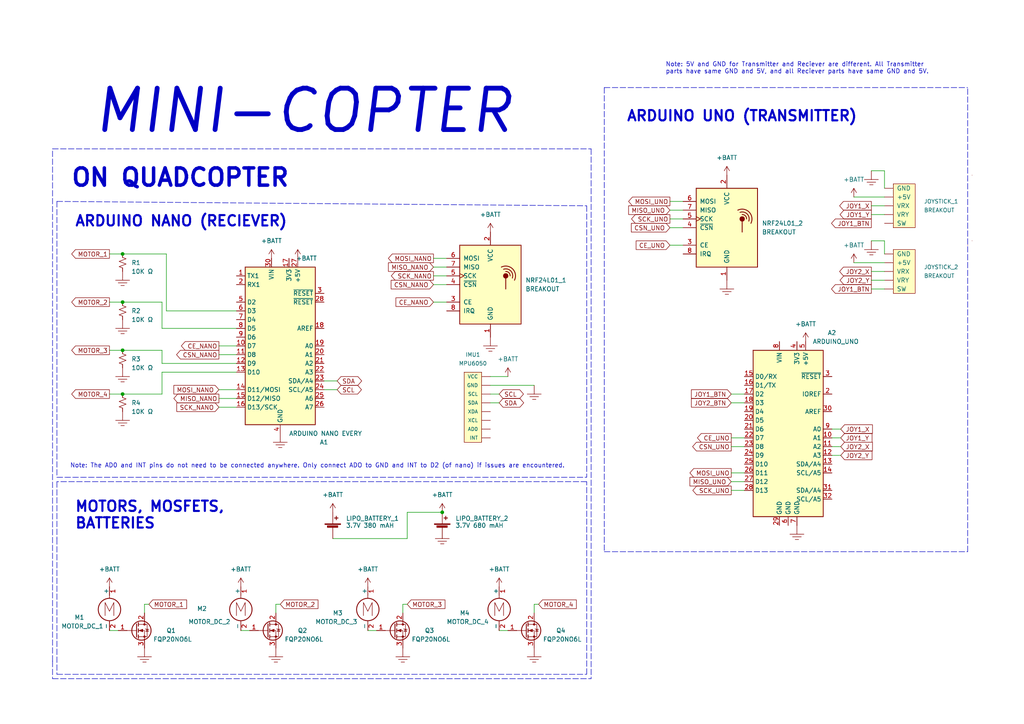
<source format=kicad_sch>
(kicad_sch (version 20211123) (generator eeschema)

  (uuid a6ec2fb0-1559-435d-9e56-b4cf5195de85)

  (paper "A4")

  (title_block
    (title "Mini-Copter")
    (date "2023-03-28")
    (rev "3")
    (comment 4 "By: Ashish Agrahari")
  )

  (lib_symbols
    (symbol "+BATT_2" (power) (pin_names (offset 0)) (in_bom yes) (on_board yes)
      (property "Reference" "#PWR?" (id 0) (at 0 -3.81 0)
        (effects (font (size 1.27 1.27)) hide)
      )
      (property "Value" "+BATT_2" (id 1) (at 0 5.08 0)
        (effects (font (size 1.27 1.27)))
      )
      (property "Footprint" "" (id 2) (at 0 0 0)
        (effects (font (size 1.27 1.27)) hide)
      )
      (property "Datasheet" "" (id 3) (at 0 0 0)
        (effects (font (size 1.27 1.27)) hide)
      )
      (property "ki_keywords" "global power battery" (id 4) (at 0 0 0)
        (effects (font (size 1.27 1.27)) hide)
      )
      (property "ki_description" "Power symbol creates a global label with name \"+BATT\"" (id 5) (at 0 0 0)
        (effects (font (size 1.27 1.27)) hide)
      )
      (symbol "+BATT_2_0_1"
        (polyline
          (pts
            (xy -0.762 1.27)
            (xy 0 2.54)
          )
          (stroke (width 0) (type default) (color 0 0 0 0))
          (fill (type none))
        )
        (polyline
          (pts
            (xy 0 0)
            (xy 0 2.54)
          )
          (stroke (width 0) (type default) (color 0 0 0 0))
          (fill (type none))
        )
        (polyline
          (pts
            (xy 0 2.54)
            (xy 0.762 1.27)
          )
          (stroke (width 0) (type default) (color 0 0 0 0))
          (fill (type none))
        )
      )
      (symbol "+BATT_2_1_1"
        (pin power_in line (at 0 0 90) (length 0) hide
          (name "+BATT" (effects (font (size 1.27 1.27))))
          (number "1" (effects (font (size 1.27 1.27))))
        )
      )
    )
    (symbol "+BATT_3" (power) (pin_names (offset 0)) (in_bom yes) (on_board yes)
      (property "Reference" "#PWR?" (id 0) (at 0 -3.81 0)
        (effects (font (size 1.27 1.27)) hide)
      )
      (property "Value" "+BATT NANO" (id 1) (at 0 5.08 0)
        (effects (font (size 1.27 1.27)))
      )
      (property "Footprint" "" (id 2) (at 0 0 0)
        (effects (font (size 1.27 1.27)) hide)
      )
      (property "Datasheet" "" (id 3) (at 0 0 0)
        (effects (font (size 1.27 1.27)) hide)
      )
      (property "ki_keywords" "global power battery" (id 4) (at 0 0 0)
        (effects (font (size 1.27 1.27)) hide)
      )
      (property "ki_description" "Power symbol creates a global label with name \"+BATT\"" (id 5) (at 0 0 0)
        (effects (font (size 1.27 1.27)) hide)
      )
      (symbol "+BATT_3_0_1"
        (polyline
          (pts
            (xy -0.762 1.27)
            (xy 0 2.54)
          )
          (stroke (width 0) (type default) (color 0 0 0 0))
          (fill (type none))
        )
        (polyline
          (pts
            (xy 0 0)
            (xy 0 2.54)
          )
          (stroke (width 0) (type default) (color 0 0 0 0))
          (fill (type none))
        )
        (polyline
          (pts
            (xy 0 2.54)
            (xy 0.762 1.27)
          )
          (stroke (width 0) (type default) (color 0 0 0 0))
          (fill (type none))
        )
      )
      (symbol "+BATT_3_1_1"
        (pin power_in line (at 0 0 90) (length 0) hide
          (name "+BATT" (effects (font (size 1.27 1.27))))
          (number "1" (effects (font (size 1.27 1.27))))
        )
      )
    )
    (symbol "+BATT_4" (power) (pin_names (offset 0)) (in_bom yes) (on_board yes)
      (property "Reference" "#PWR?" (id 0) (at 0 -3.81 0)
        (effects (font (size 1.27 1.27)) hide)
      )
      (property "Value" "+BATT_4" (id 1) (at 0 5.08 0)
        (effects (font (size 1.27 1.27)))
      )
      (property "Footprint" "" (id 2) (at 0 0 0)
        (effects (font (size 1.27 1.27)) hide)
      )
      (property "Datasheet" "" (id 3) (at 0 0 0)
        (effects (font (size 1.27 1.27)) hide)
      )
      (property "ki_keywords" "global power battery" (id 4) (at 0 0 0)
        (effects (font (size 1.27 1.27)) hide)
      )
      (property "ki_description" "Power symbol creates a global label with name \"+BATT\"" (id 5) (at 0 0 0)
        (effects (font (size 1.27 1.27)) hide)
      )
      (symbol "+BATT_4_0_1"
        (polyline
          (pts
            (xy -0.762 1.27)
            (xy 0 2.54)
          )
          (stroke (width 0) (type default) (color 0 0 0 0))
          (fill (type none))
        )
        (polyline
          (pts
            (xy 0 0)
            (xy 0 2.54)
          )
          (stroke (width 0) (type default) (color 0 0 0 0))
          (fill (type none))
        )
        (polyline
          (pts
            (xy 0 2.54)
            (xy 0.762 1.27)
          )
          (stroke (width 0) (type default) (color 0 0 0 0))
          (fill (type none))
        )
      )
      (symbol "+BATT_4_1_1"
        (pin power_in line (at 0 0 90) (length 0) hide
          (name "+BATT" (effects (font (size 1.27 1.27))))
          (number "1" (effects (font (size 1.27 1.27))))
        )
      )
    )
    (symbol "AA_Custom_Components:GND" (power) (pin_numbers hide) (pin_names (offset 1.016) hide) (in_bom yes) (on_board yes)
      (property "Reference" "#GND" (id 0) (at 1.27 -1.27 0)
        (effects (font (size 1.143 1.143)) (justify left bottom) hide)
      )
      (property "Value" "GND" (id 1) (at -2.286 -6.35 0)
        (effects (font (size 1.143 1.143)) (justify left bottom) hide)
      )
      (property "Footprint" "XXX-00000" (id 2) (at 0 2.54 0)
        (effects (font (size 1.524 1.524)) hide)
      )
      (property "Datasheet" "" (id 3) (at 0 -2.54 0)
        (effects (font (size 1.524 1.524)) hide)
      )
      (property "ki_keywords" "PROD_ID:XXX-00000" (id 4) (at 0 0 0)
        (effects (font (size 1.27 1.27)) hide)
      )
      (property "ki_description" "Ground Supply (Earth Ground style) Ground supply with a traditional \"earth ground\" symbol." (id 5) (at 0 0 0)
        (effects (font (size 1.27 1.27)) hide)
      )
      (symbol "GND_1_0"
        (polyline
          (pts
            (xy -2.032 -2.54)
            (xy 2.032 -2.54)
          )
          (stroke (width 0) (type default) (color 0 0 0 0))
          (fill (type none))
        )
        (polyline
          (pts
            (xy -1.27 -3.302)
            (xy 1.27 -3.302)
          )
          (stroke (width 0) (type default) (color 0 0 0 0))
          (fill (type none))
        )
        (polyline
          (pts
            (xy -0.508 -4.064)
            (xy 0.508 -4.064)
          )
          (stroke (width 0) (type default) (color 0 0 0 0))
          (fill (type none))
        )
        (polyline
          (pts
            (xy 0 0)
            (xy 0 -2.54)
          )
          (stroke (width 0) (type default) (color 0 0 0 0))
          (fill (type none))
        )
      )
      (symbol "GND_1_1"
        (pin power_in line (at 0 0 270) (length 0) hide
          (name "GND" (effects (font (size 1.016 1.016))))
          (number "~" (effects (font (size 1.016 1.016))))
        )
      )
    )
    (symbol "AA_Custom_Components:JOYSTICK_BREAKOUT" (pin_numbers hide) (pin_names (offset 1.016)) (in_bom yes) (on_board yes)
      (property "Reference" "J" (id 0) (at 1.27 8.89 0)
        (effects (font (size 1.143 1.143)) (justify bottom))
      )
      (property "Value" "JOYSTICK_BREAKOUT" (id 1) (at 1.27 -10.16 0)
        (effects (font (size 1.143 1.143)) (justify bottom))
      )
      (property "Footprint" "" (id 2) (at 3.81 7.62 0)
        (effects (font (size 0.508 0.508)) hide)
      )
      (property "Datasheet" "" (id 3) (at 3.81 -3.81 0)
        (effects (font (size 1.27 1.27)) hide)
      )
      (property "ki_fp_filters" "*1X04* *1X04_1MM_RA* *1X04_NO_SILK*" (id 4) (at 0 0 0)
        (effects (font (size 1.27 1.27)) hide)
      )
      (symbol "JOYSTICK_BREAKOUT_0_1"
        (rectangle (start -2.54 7.62) (end 3.81 -5.08)
          (stroke (width 0) (type default) (color 0 0 0 0))
          (fill (type background))
        )
        (rectangle (start 19.05 8.89) (end 19.05 8.89)
          (stroke (width 0) (type default) (color 0 0 0 0))
          (fill (type none))
        )
        (rectangle (start 19.05 8.89) (end 19.05 8.89)
          (stroke (width 0) (type default) (color 0 0 0 0))
          (fill (type none))
        )
        (rectangle (start 20.32 10.16) (end 20.32 10.16)
          (stroke (width 0) (type default) (color 0 0 0 0))
          (fill (type none))
        )
      )
      (symbol "JOYSTICK_BREAKOUT_1_1"
        (pin power_in line (at -5.08 3.81 0) (length 2.54)
          (name "+5V" (effects (font (size 1.27 1.27))))
          (number "~" (effects (font (size 1.27 1.27))))
        )
        (pin power_in line (at -5.08 6.35 0) (length 2.54)
          (name "GND" (effects (font (size 1.27 1.27))))
          (number "~" (effects (font (size 1.27 1.27))))
        )
        (pin input line (at -5.08 -3.81 0) (length 2.54)
          (name "SW" (effects (font (size 1.27 1.27))))
          (number "~" (effects (font (size 1.27 1.27))))
        )
        (pin input line (at -5.08 1.27 0) (length 2.54)
          (name "VRX" (effects (font (size 1.27 1.27))))
          (number "~" (effects (font (size 1.27 1.27))))
        )
        (pin input line (at -5.08 -1.27 0) (length 2.54)
          (name "VRY" (effects (font (size 1.27 1.27))))
          (number "~" (effects (font (size 1.27 1.27))))
        )
      )
    )
    (symbol "AA_Custom_Components:MPU6050_IMU" (pin_numbers hide) (pin_names (offset 1.016)) (in_bom yes) (on_board yes)
      (property "Reference" "J" (id 0) (at -1.27 10.16 0)
        (effects (font (size 1.143 1.143)) (justify bottom))
      )
      (property "Value" "MPU6050_IMU" (id 1) (at 0 -15.24 0)
        (effects (font (size 1.143 1.143)) (justify bottom))
      )
      (property "Footprint" "" (id 2) (at 0 11.43 0)
        (effects (font (size 0.508 0.508)) hide)
      )
      (property "Datasheet" "" (id 3) (at 0 0 0)
        (effects (font (size 1.27 1.27)) hide)
      )
      (symbol "MPU6050_IMU_0_1"
        (rectangle (start -3.81 8.89) (end 1.27 -11.43)
          (stroke (width 0) (type default) (color 0 0 0 0))
          (fill (type background))
        )
      )
      (symbol "MPU6050_IMU_1_1"
        (pin input line (at 3.81 -7.62 180) (length 2.54)
          (name "AD0" (effects (font (size 1.016 1.016))))
          (number "1" (effects (font (size 1.016 1.016))))
        )
        (pin input line (at 3.81 -10.16 180) (length 2.54)
          (name "INT" (effects (font (size 1.016 1.016))))
          (number "1" (effects (font (size 1.016 1.016))))
        )
        (pin output line (at 3.81 -5.08 180) (length 2.54)
          (name "XCL" (effects (font (size 1.016 1.016))))
          (number "2" (effects (font (size 1.016 1.016))))
        )
        (pin passive line (at 3.81 0 180) (length 2.54)
          (name "SDA" (effects (font (size 1.016 1.016))))
          (number "3" (effects (font (size 1.016 1.016))))
        )
        (pin passive line (at 3.81 2.54 180) (length 2.54)
          (name "SCL" (effects (font (size 1.016 1.016))))
          (number "4" (effects (font (size 1.016 1.016))))
        )
        (pin power_out line (at 3.81 -2.54 180) (length 2.54)
          (name "XDA" (effects (font (size 1.016 1.016))))
          (number "5" (effects (font (size 1.016 1.016))))
        )
        (pin power_in line (at 3.81 5.08 180) (length 2.54)
          (name "GND" (effects (font (size 1.016 1.016))))
          (number "6" (effects (font (size 1.016 1.016))))
        )
        (pin power_in line (at 3.81 7.62 180) (length 2.54)
          (name "VCC" (effects (font (size 1.016 1.016))))
          (number "7" (effects (font (size 1.016 1.016))))
        )
      )
    )
    (symbol "Device:Battery_Cell" (pin_numbers hide) (pin_names (offset 0) hide) (in_bom yes) (on_board yes)
      (property "Reference" "BT" (id 0) (at 2.54 2.54 0)
        (effects (font (size 1.27 1.27)) (justify left))
      )
      (property "Value" "Battery_Cell" (id 1) (at 2.54 0 0)
        (effects (font (size 1.27 1.27)) (justify left))
      )
      (property "Footprint" "" (id 2) (at 0 1.524 90)
        (effects (font (size 1.27 1.27)) hide)
      )
      (property "Datasheet" "~" (id 3) (at 0 1.524 90)
        (effects (font (size 1.27 1.27)) hide)
      )
      (property "ki_keywords" "battery cell" (id 4) (at 0 0 0)
        (effects (font (size 1.27 1.27)) hide)
      )
      (property "ki_description" "Single-cell battery" (id 5) (at 0 0 0)
        (effects (font (size 1.27 1.27)) hide)
      )
      (symbol "Battery_Cell_0_1"
        (rectangle (start -2.286 1.778) (end 2.286 1.524)
          (stroke (width 0) (type default) (color 0 0 0 0))
          (fill (type outline))
        )
        (rectangle (start -1.5748 1.1938) (end 1.4732 0.6858)
          (stroke (width 0) (type default) (color 0 0 0 0))
          (fill (type outline))
        )
        (polyline
          (pts
            (xy 0 0.762)
            (xy 0 0)
          )
          (stroke (width 0) (type default) (color 0 0 0 0))
          (fill (type none))
        )
        (polyline
          (pts
            (xy 0 1.778)
            (xy 0 2.54)
          )
          (stroke (width 0) (type default) (color 0 0 0 0))
          (fill (type none))
        )
        (polyline
          (pts
            (xy 0.508 3.429)
            (xy 1.524 3.429)
          )
          (stroke (width 0.254) (type default) (color 0 0 0 0))
          (fill (type none))
        )
        (polyline
          (pts
            (xy 1.016 3.937)
            (xy 1.016 2.921)
          )
          (stroke (width 0.254) (type default) (color 0 0 0 0))
          (fill (type none))
        )
      )
      (symbol "Battery_Cell_1_1"
        (pin passive line (at 0 5.08 270) (length 2.54)
          (name "+" (effects (font (size 1.27 1.27))))
          (number "1" (effects (font (size 1.27 1.27))))
        )
        (pin passive line (at 0 -2.54 90) (length 2.54)
          (name "-" (effects (font (size 1.27 1.27))))
          (number "2" (effects (font (size 1.27 1.27))))
        )
      )
    )
    (symbol "Device:R_Small_US" (pin_numbers hide) (pin_names (offset 0.254) hide) (in_bom yes) (on_board yes)
      (property "Reference" "R" (id 0) (at 0.762 0.508 0)
        (effects (font (size 1.27 1.27)) (justify left))
      )
      (property "Value" "R_Small_US" (id 1) (at 0.762 -1.016 0)
        (effects (font (size 1.27 1.27)) (justify left))
      )
      (property "Footprint" "" (id 2) (at 0 0 0)
        (effects (font (size 1.27 1.27)) hide)
      )
      (property "Datasheet" "~" (id 3) (at 0 0 0)
        (effects (font (size 1.27 1.27)) hide)
      )
      (property "ki_keywords" "r resistor" (id 4) (at 0 0 0)
        (effects (font (size 1.27 1.27)) hide)
      )
      (property "ki_description" "Resistor, small US symbol" (id 5) (at 0 0 0)
        (effects (font (size 1.27 1.27)) hide)
      )
      (property "ki_fp_filters" "R_*" (id 6) (at 0 0 0)
        (effects (font (size 1.27 1.27)) hide)
      )
      (symbol "R_Small_US_1_1"
        (polyline
          (pts
            (xy 0 0)
            (xy 1.016 -0.381)
            (xy 0 -0.762)
            (xy -1.016 -1.143)
            (xy 0 -1.524)
          )
          (stroke (width 0) (type default) (color 0 0 0 0))
          (fill (type none))
        )
        (polyline
          (pts
            (xy 0 1.524)
            (xy 1.016 1.143)
            (xy 0 0.762)
            (xy -1.016 0.381)
            (xy 0 0)
          )
          (stroke (width 0) (type default) (color 0 0 0 0))
          (fill (type none))
        )
        (pin passive line (at 0 2.54 270) (length 1.016)
          (name "~" (effects (font (size 1.27 1.27))))
          (number "1" (effects (font (size 1.27 1.27))))
        )
        (pin passive line (at 0 -2.54 90) (length 1.016)
          (name "~" (effects (font (size 1.27 1.27))))
          (number "2" (effects (font (size 1.27 1.27))))
        )
      )
    )
    (symbol "MCU_Module:Arduino_Nano_Every" (in_bom yes) (on_board yes)
      (property "Reference" "A?" (id 0) (at 2.0194 -25.4 0)
        (effects (font (size 1.27 1.27)) (justify left))
      )
      (property "Value" "Arduino_Nano_Every" (id 1) (at 2.0194 -27.94 0)
        (effects (font (size 1.27 1.27)) (justify left))
      )
      (property "Footprint" "Module:Arduino_Nano" (id 2) (at 0 0 0)
        (effects (font (size 1.27 1.27) italic) hide)
      )
      (property "Datasheet" "https://content.arduino.cc/assets/NANOEveryV3.0_sch.pdf" (id 3) (at 0 0 0)
        (effects (font (size 1.27 1.27)) hide)
      )
      (property "ki_keywords" "Arduino nano microcontroller module USB UPDI AATMega4809 AVR" (id 4) (at 0 0 0)
        (effects (font (size 1.27 1.27)) hide)
      )
      (property "ki_description" "Arduino Nano Every" (id 5) (at 0 0 0)
        (effects (font (size 1.27 1.27)) hide)
      )
      (property "ki_fp_filters" "Arduino*Nano*" (id 6) (at 0 0 0)
        (effects (font (size 1.27 1.27)) hide)
      )
      (symbol "Arduino_Nano_Every_0_1"
        (rectangle (start -10.16 22.86) (end 10.16 -22.86)
          (stroke (width 0.254) (type default) (color 0 0 0 0))
          (fill (type background))
        )
      )
      (symbol "Arduino_Nano_Every_1_1"
        (pin bidirectional line (at -12.7 20.32 0) (length 2.54)
          (name "TX1" (effects (font (size 1.27 1.27))))
          (number "1" (effects (font (size 1.27 1.27))))
        )
        (pin bidirectional line (at -12.7 0 0) (length 2.54)
          (name "D7" (effects (font (size 1.27 1.27))))
          (number "10" (effects (font (size 1.27 1.27))))
        )
        (pin bidirectional line (at -12.7 -2.54 0) (length 2.54)
          (name "D8" (effects (font (size 1.27 1.27))))
          (number "11" (effects (font (size 1.27 1.27))))
        )
        (pin bidirectional line (at -12.7 -5.08 0) (length 2.54)
          (name "D9" (effects (font (size 1.27 1.27))))
          (number "12" (effects (font (size 1.27 1.27))))
        )
        (pin bidirectional line (at -12.7 -7.62 0) (length 2.54)
          (name "D10" (effects (font (size 1.27 1.27))))
          (number "13" (effects (font (size 1.27 1.27))))
        )
        (pin bidirectional line (at -12.7 -12.7 0) (length 2.54)
          (name "D11/MOSI" (effects (font (size 1.27 1.27))))
          (number "14" (effects (font (size 1.27 1.27))))
        )
        (pin bidirectional line (at -12.7 -15.24 0) (length 2.54)
          (name "D12/MISO" (effects (font (size 1.27 1.27))))
          (number "15" (effects (font (size 1.27 1.27))))
        )
        (pin bidirectional line (at -12.7 -17.78 0) (length 2.54)
          (name "D13/SCK" (effects (font (size 1.27 1.27))))
          (number "16" (effects (font (size 1.27 1.27))))
        )
        (pin power_out line (at 2.54 25.4 270) (length 2.54)
          (name "3V3" (effects (font (size 1.27 1.27))))
          (number "17" (effects (font (size 1.27 1.27))))
        )
        (pin input line (at 12.7 5.08 180) (length 2.54)
          (name "AREF" (effects (font (size 1.27 1.27))))
          (number "18" (effects (font (size 1.27 1.27))))
        )
        (pin bidirectional line (at 12.7 0 180) (length 2.54)
          (name "A0" (effects (font (size 1.27 1.27))))
          (number "19" (effects (font (size 1.27 1.27))))
        )
        (pin bidirectional line (at -12.7 17.78 0) (length 2.54)
          (name "RX1" (effects (font (size 1.27 1.27))))
          (number "2" (effects (font (size 1.27 1.27))))
        )
        (pin bidirectional line (at 12.7 -2.54 180) (length 2.54)
          (name "A1" (effects (font (size 1.27 1.27))))
          (number "20" (effects (font (size 1.27 1.27))))
        )
        (pin bidirectional line (at 12.7 -5.08 180) (length 2.54)
          (name "A2" (effects (font (size 1.27 1.27))))
          (number "21" (effects (font (size 1.27 1.27))))
        )
        (pin bidirectional line (at 12.7 -7.62 180) (length 2.54)
          (name "A3" (effects (font (size 1.27 1.27))))
          (number "22" (effects (font (size 1.27 1.27))))
        )
        (pin bidirectional line (at 12.7 -10.16 180) (length 2.54)
          (name "SDA/A4" (effects (font (size 1.27 1.27))))
          (number "23" (effects (font (size 1.27 1.27))))
        )
        (pin bidirectional line (at 12.7 -12.7 180) (length 2.54)
          (name "SCL/A5" (effects (font (size 1.27 1.27))))
          (number "24" (effects (font (size 1.27 1.27))))
        )
        (pin bidirectional line (at 12.7 -15.24 180) (length 2.54)
          (name "A6" (effects (font (size 1.27 1.27))))
          (number "25" (effects (font (size 1.27 1.27))))
        )
        (pin bidirectional line (at 12.7 -17.78 180) (length 2.54)
          (name "A7" (effects (font (size 1.27 1.27))))
          (number "26" (effects (font (size 1.27 1.27))))
        )
        (pin power_out line (at 5.08 25.4 270) (length 2.54)
          (name "+5V" (effects (font (size 1.27 1.27))))
          (number "27" (effects (font (size 1.27 1.27))))
        )
        (pin input line (at 12.7 12.7 180) (length 2.54)
          (name "~{RESET}" (effects (font (size 1.27 1.27))))
          (number "28" (effects (font (size 1.27 1.27))))
        )
        (pin passive line (at 0 -25.4 90) (length 2.54) hide
          (name "GND" (effects (font (size 1.27 1.27))))
          (number "29" (effects (font (size 1.27 1.27))))
        )
        (pin input line (at 12.7 15.24 180) (length 2.54)
          (name "~{RESET}" (effects (font (size 1.27 1.27))))
          (number "3" (effects (font (size 1.27 1.27))))
        )
        (pin power_in line (at -2.54 25.4 270) (length 2.54)
          (name "VIN" (effects (font (size 1.27 1.27))))
          (number "30" (effects (font (size 1.27 1.27))))
        )
        (pin power_in line (at 0 -25.4 90) (length 2.54)
          (name "GND" (effects (font (size 1.27 1.27))))
          (number "4" (effects (font (size 1.27 1.27))))
        )
        (pin bidirectional line (at -12.7 12.7 0) (length 2.54)
          (name "D2" (effects (font (size 1.27 1.27))))
          (number "5" (effects (font (size 1.27 1.27))))
        )
        (pin bidirectional line (at -12.7 10.16 0) (length 2.54)
          (name "D3" (effects (font (size 1.27 1.27))))
          (number "6" (effects (font (size 1.27 1.27))))
        )
        (pin bidirectional line (at -12.7 7.62 0) (length 2.54)
          (name "D4" (effects (font (size 1.27 1.27))))
          (number "7" (effects (font (size 1.27 1.27))))
        )
        (pin bidirectional line (at -12.7 5.08 0) (length 2.54)
          (name "D5" (effects (font (size 1.27 1.27))))
          (number "8" (effects (font (size 1.27 1.27))))
        )
        (pin bidirectional line (at -12.7 2.54 0) (length 2.54)
          (name "D6" (effects (font (size 1.27 1.27))))
          (number "9" (effects (font (size 1.27 1.27))))
        )
      )
    )
    (symbol "MCU_Module:Arduino_UNO_R3" (in_bom yes) (on_board yes)
      (property "Reference" "A" (id 0) (at -10.16 23.495 0)
        (effects (font (size 1.27 1.27)) (justify left bottom))
      )
      (property "Value" "Arduino_UNO_R3" (id 1) (at 5.08 -26.67 0)
        (effects (font (size 1.27 1.27)) (justify left top))
      )
      (property "Footprint" "Module:Arduino_UNO_R3" (id 2) (at 0 0 0)
        (effects (font (size 1.27 1.27) italic) hide)
      )
      (property "Datasheet" "https://www.arduino.cc/en/Main/arduinoBoardUno" (id 3) (at 0 0 0)
        (effects (font (size 1.27 1.27)) hide)
      )
      (property "ki_keywords" "Arduino UNO R3 Microcontroller Module Atmel AVR USB" (id 4) (at 0 0 0)
        (effects (font (size 1.27 1.27)) hide)
      )
      (property "ki_description" "Arduino UNO Microcontroller Module, release 3" (id 5) (at 0 0 0)
        (effects (font (size 1.27 1.27)) hide)
      )
      (property "ki_fp_filters" "Arduino*UNO*R3*" (id 6) (at 0 0 0)
        (effects (font (size 1.27 1.27)) hide)
      )
      (symbol "Arduino_UNO_R3_0_1"
        (rectangle (start -10.16 22.86) (end 10.16 -25.4)
          (stroke (width 0.254) (type default) (color 0 0 0 0))
          (fill (type background))
        )
      )
      (symbol "Arduino_UNO_R3_1_1"
        (pin no_connect line (at -10.16 -20.32 0) (length 2.54) hide
          (name "NC" (effects (font (size 1.27 1.27))))
          (number "1" (effects (font (size 1.27 1.27))))
        )
        (pin bidirectional line (at 12.7 -2.54 180) (length 2.54)
          (name "A1" (effects (font (size 1.27 1.27))))
          (number "10" (effects (font (size 1.27 1.27))))
        )
        (pin bidirectional line (at 12.7 -5.08 180) (length 2.54)
          (name "A2" (effects (font (size 1.27 1.27))))
          (number "11" (effects (font (size 1.27 1.27))))
        )
        (pin bidirectional line (at 12.7 -7.62 180) (length 2.54)
          (name "A3" (effects (font (size 1.27 1.27))))
          (number "12" (effects (font (size 1.27 1.27))))
        )
        (pin bidirectional line (at 12.7 -10.16 180) (length 2.54)
          (name "SDA/A4" (effects (font (size 1.27 1.27))))
          (number "13" (effects (font (size 1.27 1.27))))
        )
        (pin bidirectional line (at 12.7 -12.7 180) (length 2.54)
          (name "SCL/A5" (effects (font (size 1.27 1.27))))
          (number "14" (effects (font (size 1.27 1.27))))
        )
        (pin bidirectional line (at -12.7 15.24 0) (length 2.54)
          (name "D0/RX" (effects (font (size 1.27 1.27))))
          (number "15" (effects (font (size 1.27 1.27))))
        )
        (pin bidirectional line (at -12.7 12.7 0) (length 2.54)
          (name "D1/TX" (effects (font (size 1.27 1.27))))
          (number "16" (effects (font (size 1.27 1.27))))
        )
        (pin bidirectional line (at -12.7 10.16 0) (length 2.54)
          (name "D2" (effects (font (size 1.27 1.27))))
          (number "17" (effects (font (size 1.27 1.27))))
        )
        (pin bidirectional line (at -12.7 7.62 0) (length 2.54)
          (name "D3" (effects (font (size 1.27 1.27))))
          (number "18" (effects (font (size 1.27 1.27))))
        )
        (pin bidirectional line (at -12.7 5.08 0) (length 2.54)
          (name "D4" (effects (font (size 1.27 1.27))))
          (number "19" (effects (font (size 1.27 1.27))))
        )
        (pin output line (at 12.7 10.16 180) (length 2.54)
          (name "IOREF" (effects (font (size 1.27 1.27))))
          (number "2" (effects (font (size 1.27 1.27))))
        )
        (pin bidirectional line (at -12.7 2.54 0) (length 2.54)
          (name "D5" (effects (font (size 1.27 1.27))))
          (number "20" (effects (font (size 1.27 1.27))))
        )
        (pin bidirectional line (at -12.7 0 0) (length 2.54)
          (name "D6" (effects (font (size 1.27 1.27))))
          (number "21" (effects (font (size 1.27 1.27))))
        )
        (pin bidirectional line (at -12.7 -2.54 0) (length 2.54)
          (name "D7" (effects (font (size 1.27 1.27))))
          (number "22" (effects (font (size 1.27 1.27))))
        )
        (pin bidirectional line (at -12.7 -5.08 0) (length 2.54)
          (name "D8" (effects (font (size 1.27 1.27))))
          (number "23" (effects (font (size 1.27 1.27))))
        )
        (pin bidirectional line (at -12.7 -7.62 0) (length 2.54)
          (name "D9" (effects (font (size 1.27 1.27))))
          (number "24" (effects (font (size 1.27 1.27))))
        )
        (pin bidirectional line (at -12.7 -10.16 0) (length 2.54)
          (name "D10" (effects (font (size 1.27 1.27))))
          (number "25" (effects (font (size 1.27 1.27))))
        )
        (pin bidirectional line (at -12.7 -12.7 0) (length 2.54)
          (name "D11" (effects (font (size 1.27 1.27))))
          (number "26" (effects (font (size 1.27 1.27))))
        )
        (pin bidirectional line (at -12.7 -15.24 0) (length 2.54)
          (name "D12" (effects (font (size 1.27 1.27))))
          (number "27" (effects (font (size 1.27 1.27))))
        )
        (pin bidirectional line (at -12.7 -17.78 0) (length 2.54)
          (name "D13" (effects (font (size 1.27 1.27))))
          (number "28" (effects (font (size 1.27 1.27))))
        )
        (pin power_in line (at -2.54 -27.94 90) (length 2.54)
          (name "GND" (effects (font (size 1.27 1.27))))
          (number "29" (effects (font (size 1.27 1.27))))
        )
        (pin input line (at 12.7 15.24 180) (length 2.54)
          (name "~{RESET}" (effects (font (size 1.27 1.27))))
          (number "3" (effects (font (size 1.27 1.27))))
        )
        (pin input line (at 12.7 5.08 180) (length 2.54)
          (name "AREF" (effects (font (size 1.27 1.27))))
          (number "30" (effects (font (size 1.27 1.27))))
        )
        (pin bidirectional line (at 12.7 -17.78 180) (length 2.54)
          (name "SDA/A4" (effects (font (size 1.27 1.27))))
          (number "31" (effects (font (size 1.27 1.27))))
        )
        (pin bidirectional line (at 12.7 -20.32 180) (length 2.54)
          (name "SCL/A5" (effects (font (size 1.27 1.27))))
          (number "32" (effects (font (size 1.27 1.27))))
        )
        (pin power_out line (at 2.54 25.4 270) (length 2.54)
          (name "3V3" (effects (font (size 1.27 1.27))))
          (number "4" (effects (font (size 1.27 1.27))))
        )
        (pin power_out line (at 5.08 25.4 270) (length 2.54)
          (name "+5V" (effects (font (size 1.27 1.27))))
          (number "5" (effects (font (size 1.27 1.27))))
        )
        (pin power_in line (at 0 -27.94 90) (length 2.54)
          (name "GND" (effects (font (size 1.27 1.27))))
          (number "6" (effects (font (size 1.27 1.27))))
        )
        (pin power_in line (at 2.54 -27.94 90) (length 2.54)
          (name "GND" (effects (font (size 1.27 1.27))))
          (number "7" (effects (font (size 1.27 1.27))))
        )
        (pin power_in line (at -2.54 25.4 270) (length 2.54)
          (name "VIN" (effects (font (size 1.27 1.27))))
          (number "8" (effects (font (size 1.27 1.27))))
        )
        (pin bidirectional line (at 12.7 0 180) (length 2.54)
          (name "A0" (effects (font (size 1.27 1.27))))
          (number "9" (effects (font (size 1.27 1.27))))
        )
      )
    )
    (symbol "Motor_DC_1" (pin_names (offset 0)) (in_bom yes) (on_board yes)
      (property "Reference" "M?" (id 0) (at -12.7 -1.2699 0)
        (effects (font (size 1.27 1.27)) (justify left))
      )
      (property "Value" "Motor_DC_1" (id 1) (at -12.7 -3.8099 0)
        (effects (font (size 1.27 1.27)) (justify left))
      )
      (property "Footprint" "" (id 2) (at 0 -2.286 0)
        (effects (font (size 1.27 1.27)) hide)
      )
      (property "Datasheet" "~" (id 3) (at 0 -2.286 0)
        (effects (font (size 1.27 1.27)) hide)
      )
      (property "ki_keywords" "DC Motor" (id 4) (at 0 0 0)
        (effects (font (size 1.27 1.27)) hide)
      )
      (property "ki_description" "DC Motor" (id 5) (at 0 0 0)
        (effects (font (size 1.27 1.27)) hide)
      )
      (property "ki_fp_filters" "PinHeader*P2.54mm* TerminalBlock*" (id 6) (at 0 0 0)
        (effects (font (size 1.27 1.27)) hide)
      )
      (symbol "Motor_DC_1_0_0"
        (polyline
          (pts
            (xy -1.27 -3.302)
            (xy -1.27 0.508)
            (xy 0 -2.032)
            (xy 1.27 0.508)
            (xy 1.27 -3.302)
          )
          (stroke (width 0) (type default) (color 0 0 0 0))
          (fill (type none))
        )
      )
      (symbol "Motor_DC_1_0_1"
        (circle (center 0 -1.524) (radius 3.2512)
          (stroke (width 0.254) (type default) (color 0 0 0 0))
          (fill (type none))
        )
        (polyline
          (pts
            (xy 0 -7.62)
            (xy 0 -7.112)
          )
          (stroke (width 0) (type default) (color 0 0 0 0))
          (fill (type none))
        )
        (polyline
          (pts
            (xy 0 -4.7752)
            (xy 0 -5.1816)
          )
          (stroke (width 0) (type default) (color 0 0 0 0))
          (fill (type none))
        )
        (polyline
          (pts
            (xy 0 1.7272)
            (xy 0 2.0828)
          )
          (stroke (width 0) (type default) (color 0 0 0 0))
          (fill (type none))
        )
        (polyline
          (pts
            (xy 0 2.032)
            (xy 0 2.54)
          )
          (stroke (width 0) (type default) (color 0 0 0 0))
          (fill (type none))
        )
      )
      (symbol "Motor_DC_1_1_1"
        (pin passive line (at 0 5.08 270) (length 2.54)
          (name "+" (effects (font (size 1.27 1.27))))
          (number "1" (effects (font (size 1.27 1.27))))
        )
        (pin passive line (at 0 -7.62 90) (length 2.54)
          (name "-" (effects (font (size 1.27 1.27))))
          (number "2" (effects (font (size 1.27 1.27))))
        )
      )
    )
    (symbol "RF:NRF24L01_Breakout" (pin_names (offset 1.016)) (in_bom yes) (on_board yes)
      (property "Reference" "U" (id 0) (at -8.89 12.7 0)
        (effects (font (size 1.27 1.27)) (justify left))
      )
      (property "Value" "NRF24L01_Breakout" (id 1) (at 3.81 12.7 0)
        (effects (font (size 1.27 1.27)) (justify left))
      )
      (property "Footprint" "RF_Module:nRF24L01_Breakout" (id 2) (at 3.81 15.24 0)
        (effects (font (size 1.27 1.27) italic) (justify left) hide)
      )
      (property "Datasheet" "http://www.nordicsemi.com/eng/content/download/2730/34105/file/nRF24L01_Product_Specification_v2_0.pdf" (id 3) (at 0 -2.54 0)
        (effects (font (size 1.27 1.27)) hide)
      )
      (property "ki_keywords" "Low Power RF Transceiver breakout carrier" (id 4) (at 0 0 0)
        (effects (font (size 1.27 1.27)) hide)
      )
      (property "ki_description" "Ultra low power 2.4GHz RF Transceiver, Carrier PCB" (id 5) (at 0 0 0)
        (effects (font (size 1.27 1.27)) hide)
      )
      (property "ki_fp_filters" "nRF24L01*Breakout*" (id 6) (at 0 0 0)
        (effects (font (size 1.27 1.27)) hide)
      )
      (symbol "NRF24L01_Breakout_0_1"
        (rectangle (start -8.89 11.43) (end 8.89 -11.43)
          (stroke (width 0.254) (type default) (color 0 0 0 0))
          (fill (type background))
        )
        (polyline
          (pts
            (xy 4.445 1.905)
            (xy 4.445 -1.27)
          )
          (stroke (width 0.254) (type default) (color 0 0 0 0))
          (fill (type none))
        )
        (circle (center 4.445 2.54) (radius 0.635)
          (stroke (width 0.254) (type default) (color 0 0 0 0))
          (fill (type outline))
        )
        (arc (start 5.715 2.54) (mid 5.3521 3.4546) (end 4.445 3.81)
          (stroke (width 0.254) (type default) (color 0 0 0 0))
          (fill (type none))
        )
        (arc (start 6.35 1.905) (mid 5.8763 3.9854) (end 3.81 4.445)
          (stroke (width 0.254) (type default) (color 0 0 0 0))
          (fill (type none))
        )
        (arc (start 6.985 1.27) (mid 6.453 4.548) (end 3.175 5.08)
          (stroke (width 0.254) (type default) (color 0 0 0 0))
          (fill (type none))
        )
      )
      (symbol "NRF24L01_Breakout_1_1"
        (pin power_in line (at 0 -15.24 90) (length 3.81)
          (name "GND" (effects (font (size 1.27 1.27))))
          (number "1" (effects (font (size 1.27 1.27))))
        )
        (pin power_in line (at 0 15.24 270) (length 3.81)
          (name "VCC" (effects (font (size 1.27 1.27))))
          (number "2" (effects (font (size 1.27 1.27))))
        )
        (pin input line (at -12.7 -5.08 0) (length 3.81)
          (name "CE" (effects (font (size 1.27 1.27))))
          (number "3" (effects (font (size 1.27 1.27))))
        )
        (pin input line (at -12.7 0 0) (length 3.81)
          (name "~{CSN}" (effects (font (size 1.27 1.27))))
          (number "4" (effects (font (size 1.27 1.27))))
        )
        (pin input clock (at -12.7 2.54 0) (length 3.81)
          (name "SCK" (effects (font (size 1.27 1.27))))
          (number "5" (effects (font (size 1.27 1.27))))
        )
        (pin input line (at -12.7 7.62 0) (length 3.81)
          (name "MOSI" (effects (font (size 1.27 1.27))))
          (number "6" (effects (font (size 1.27 1.27))))
        )
        (pin output line (at -12.7 5.08 0) (length 3.81)
          (name "MISO" (effects (font (size 1.27 1.27))))
          (number "7" (effects (font (size 1.27 1.27))))
        )
        (pin output line (at -12.7 -7.62 0) (length 3.81)
          (name "IRQ" (effects (font (size 1.27 1.27))))
          (number "8" (effects (font (size 1.27 1.27))))
        )
      )
    )
    (symbol "Transistor_FET:IRF540N" (pin_names hide) (in_bom yes) (on_board yes)
      (property "Reference" "Q" (id 0) (at 6.35 1.905 0)
        (effects (font (size 1.27 1.27)) (justify left))
      )
      (property "Value" "IRF540N" (id 1) (at 6.35 0 0)
        (effects (font (size 1.27 1.27)) (justify left))
      )
      (property "Footprint" "Package_TO_SOT_THT:TO-220-3_Vertical" (id 2) (at 6.35 -1.905 0)
        (effects (font (size 1.27 1.27) italic) (justify left) hide)
      )
      (property "Datasheet" "http://www.irf.com/product-info/datasheets/data/irf540n.pdf" (id 3) (at 0 0 0)
        (effects (font (size 1.27 1.27)) (justify left) hide)
      )
      (property "ki_keywords" "HEXFET N-Channel MOSFET" (id 4) (at 0 0 0)
        (effects (font (size 1.27 1.27)) hide)
      )
      (property "ki_description" "33A Id, 100V Vds, HEXFET N-Channel MOSFET, TO-220" (id 5) (at 0 0 0)
        (effects (font (size 1.27 1.27)) hide)
      )
      (property "ki_fp_filters" "TO?220*" (id 6) (at 0 0 0)
        (effects (font (size 1.27 1.27)) hide)
      )
      (symbol "IRF540N_0_1"
        (polyline
          (pts
            (xy 0.254 0)
            (xy -2.54 0)
          )
          (stroke (width 0) (type default) (color 0 0 0 0))
          (fill (type none))
        )
        (polyline
          (pts
            (xy 0.254 1.905)
            (xy 0.254 -1.905)
          )
          (stroke (width 0.254) (type default) (color 0 0 0 0))
          (fill (type none))
        )
        (polyline
          (pts
            (xy 0.762 -1.27)
            (xy 0.762 -2.286)
          )
          (stroke (width 0.254) (type default) (color 0 0 0 0))
          (fill (type none))
        )
        (polyline
          (pts
            (xy 0.762 0.508)
            (xy 0.762 -0.508)
          )
          (stroke (width 0.254) (type default) (color 0 0 0 0))
          (fill (type none))
        )
        (polyline
          (pts
            (xy 0.762 2.286)
            (xy 0.762 1.27)
          )
          (stroke (width 0.254) (type default) (color 0 0 0 0))
          (fill (type none))
        )
        (polyline
          (pts
            (xy 2.54 2.54)
            (xy 2.54 1.778)
          )
          (stroke (width 0) (type default) (color 0 0 0 0))
          (fill (type none))
        )
        (polyline
          (pts
            (xy 2.54 -2.54)
            (xy 2.54 0)
            (xy 0.762 0)
          )
          (stroke (width 0) (type default) (color 0 0 0 0))
          (fill (type none))
        )
        (polyline
          (pts
            (xy 0.762 -1.778)
            (xy 3.302 -1.778)
            (xy 3.302 1.778)
            (xy 0.762 1.778)
          )
          (stroke (width 0) (type default) (color 0 0 0 0))
          (fill (type none))
        )
        (polyline
          (pts
            (xy 1.016 0)
            (xy 2.032 0.381)
            (xy 2.032 -0.381)
            (xy 1.016 0)
          )
          (stroke (width 0) (type default) (color 0 0 0 0))
          (fill (type outline))
        )
        (polyline
          (pts
            (xy 2.794 0.508)
            (xy 2.921 0.381)
            (xy 3.683 0.381)
            (xy 3.81 0.254)
          )
          (stroke (width 0) (type default) (color 0 0 0 0))
          (fill (type none))
        )
        (polyline
          (pts
            (xy 3.302 0.381)
            (xy 2.921 -0.254)
            (xy 3.683 -0.254)
            (xy 3.302 0.381)
          )
          (stroke (width 0) (type default) (color 0 0 0 0))
          (fill (type none))
        )
        (circle (center 1.651 0) (radius 2.794)
          (stroke (width 0.254) (type default) (color 0 0 0 0))
          (fill (type none))
        )
        (circle (center 2.54 -1.778) (radius 0.254)
          (stroke (width 0) (type default) (color 0 0 0 0))
          (fill (type outline))
        )
        (circle (center 2.54 1.778) (radius 0.254)
          (stroke (width 0) (type default) (color 0 0 0 0))
          (fill (type outline))
        )
      )
      (symbol "IRF540N_1_1"
        (pin input line (at -5.08 0 0) (length 2.54)
          (name "G" (effects (font (size 1.27 1.27))))
          (number "1" (effects (font (size 1.27 1.27))))
        )
        (pin passive line (at 2.54 5.08 270) (length 2.54)
          (name "D" (effects (font (size 1.27 1.27))))
          (number "2" (effects (font (size 1.27 1.27))))
        )
        (pin passive line (at 2.54 -5.08 90) (length 2.54)
          (name "S" (effects (font (size 1.27 1.27))))
          (number "3" (effects (font (size 1.27 1.27))))
        )
      )
    )
  )

  (junction (at 35.56 87.63) (diameter 0) (color 0 0 0 0)
    (uuid 1a05d8f7-8875-455e-b026-95566222e9a3)
  )
  (junction (at 35.56 101.6) (diameter 0) (color 0 0 0 0)
    (uuid 5efb48d4-3924-46fe-89b4-a03b770b0652)
  )
  (junction (at 128.27 148.59) (diameter 0) (color 0 0 0 0)
    (uuid 74a262bf-4035-469f-bf91-b36056c6804a)
  )
  (junction (at 35.56 73.66) (diameter 0) (color 0 0 0 0)
    (uuid 8b8e8d7e-a15d-4b9b-a696-79cbd360c708)
  )
  (junction (at 35.56 114.3) (diameter 0) (color 0 0 0 0)
    (uuid d2830cfb-290b-4607-87cc-e26f7680693e)
  )

  (wire (pts (xy 31.75 101.6) (xy 35.56 101.6))
    (stroke (width 0) (type default) (color 0 0 0 0))
    (uuid 01c0fd69-215d-41cc-b6db-77502dbd22fd)
  )
  (wire (pts (xy 63.5 118.11) (xy 68.58 118.11))
    (stroke (width 0) (type default) (color 0 0 0 0))
    (uuid 02ecb6ef-3d10-4218-9a77-c9a42f6b2f29)
  )
  (wire (pts (xy 142.24 116.84) (xy 144.78 116.84))
    (stroke (width 0) (type default) (color 0 0 0 0))
    (uuid 035e74f3-fa82-4fa5-8ca9-500396da810f)
  )
  (wire (pts (xy 252.73 49.53) (xy 256.54 49.53))
    (stroke (width 0) (type default) (color 0 0 0 0))
    (uuid 04cb3610-0662-4213-9e3a-571d0db14f9d)
  )
  (wire (pts (xy 241.3 132.08) (xy 243.84 132.08))
    (stroke (width 0) (type default) (color 0 0 0 0))
    (uuid 0d352667-60e3-4862-9dcb-d4b5497135a5)
  )
  (wire (pts (xy 252.73 78.74) (xy 256.54 78.74))
    (stroke (width 0) (type default) (color 0 0 0 0))
    (uuid 0ded5543-a4fc-4532-a77c-5f338def4009)
  )
  (wire (pts (xy 256.54 69.85) (xy 256.54 73.66))
    (stroke (width 0) (type default) (color 0 0 0 0))
    (uuid 0fd9881a-8ab9-4c73-8967-2103462c244a)
  )
  (wire (pts (xy 46.99 101.6) (xy 35.56 101.6))
    (stroke (width 0) (type default) (color 0 0 0 0))
    (uuid 11521ad1-44f3-4ba9-a616-e0fe80f20608)
  )
  (polyline (pts (xy 16.51 138.43) (xy 170.18 138.43))
    (stroke (width 0) (type default) (color 0 0 0 0))
    (uuid 12b1fc32-b996-41ff-bcf9-d94872e30690)
  )

  (wire (pts (xy 125.73 77.47) (xy 129.54 77.47))
    (stroke (width 0) (type default) (color 0 0 0 0))
    (uuid 12f254f5-f0ff-4a9c-944e-e6981c92ae60)
  )
  (wire (pts (xy 252.73 62.23) (xy 256.54 62.23))
    (stroke (width 0) (type default) (color 0 0 0 0))
    (uuid 188ab6e3-ee7e-4b19-b9f4-5fad4b3253dd)
  )
  (wire (pts (xy 125.73 74.93) (xy 129.54 74.93))
    (stroke (width 0) (type default) (color 0 0 0 0))
    (uuid 22fcfe77-0b4a-47e2-bc7e-10b0e3579a7a)
  )
  (wire (pts (xy 48.26 73.66) (xy 48.26 90.17))
    (stroke (width 0) (type default) (color 0 0 0 0))
    (uuid 231d6168-470f-4784-be43-39b106ec3b0c)
  )
  (wire (pts (xy 31.75 87.63) (xy 35.56 87.63))
    (stroke (width 0) (type default) (color 0 0 0 0))
    (uuid 2413fec9-98a9-49c5-b105-27d7e1ab7d6c)
  )
  (wire (pts (xy 46.99 95.25) (xy 68.58 95.25))
    (stroke (width 0) (type default) (color 0 0 0 0))
    (uuid 259d8d7d-bfce-4df7-82d5-4a0d7f1a81c9)
  )
  (wire (pts (xy 154.94 175.26) (xy 154.94 177.8))
    (stroke (width 0) (type default) (color 0 0 0 0))
    (uuid 287bed49-8a06-4de1-bc8b-11526cd11891)
  )
  (wire (pts (xy 194.31 58.42) (xy 198.12 58.42))
    (stroke (width 0) (type default) (color 0 0 0 0))
    (uuid 2bf391a8-3e89-4078-9d8f-87eea78386f8)
  )
  (wire (pts (xy 125.73 87.63) (xy 129.54 87.63))
    (stroke (width 0) (type default) (color 0 0 0 0))
    (uuid 3366ae0d-27d4-48b4-b14e-a86ffe9035e4)
  )
  (wire (pts (xy 212.09 139.7) (xy 215.9 139.7))
    (stroke (width 0) (type default) (color 0 0 0 0))
    (uuid 34177cf8-6015-4ae0-97bc-70ccb26abb6c)
  )
  (wire (pts (xy 63.5 113.03) (xy 68.58 113.03))
    (stroke (width 0) (type default) (color 0 0 0 0))
    (uuid 35ebe3e6-042d-4532-aac1-4a99d993674d)
  )
  (polyline (pts (xy 280.67 160.02) (xy 280.67 25.4))
    (stroke (width 0) (type default) (color 0 0 0 0))
    (uuid 36957cdb-90c2-44b5-bc56-fb0501ba2442)
  )

  (wire (pts (xy 93.98 110.49) (xy 97.79 110.49))
    (stroke (width 0) (type default) (color 0 0 0 0))
    (uuid 37f47363-5b43-4d6a-8f05-ed7d68bba9f7)
  )
  (wire (pts (xy 241.3 124.46) (xy 243.84 124.46))
    (stroke (width 0) (type default) (color 0 0 0 0))
    (uuid 3b6b69e4-fba3-424b-afe7-28176a48a56b)
  )
  (polyline (pts (xy 15.24 196.85) (xy 171.45 196.85))
    (stroke (width 0) (type default) (color 0 0 0 0))
    (uuid 3c756883-936a-4542-a87a-ee3357f2b3b8)
  )

  (wire (pts (xy 212.09 129.54) (xy 215.9 129.54))
    (stroke (width 0) (type default) (color 0 0 0 0))
    (uuid 45b13fe8-bb26-40ab-b74c-cfebd0f164d8)
  )
  (polyline (pts (xy 170.18 195.58) (xy 170.18 139.7))
    (stroke (width 0) (type default) (color 0 0 0 0))
    (uuid 45d8a778-3a9b-490b-ba03-fd1eaec2b9dd)
  )

  (wire (pts (xy 106.68 182.88) (xy 109.22 182.88))
    (stroke (width 0) (type default) (color 0 0 0 0))
    (uuid 482cf21e-6d19-4bba-9d1e-68ced0a5c965)
  )
  (wire (pts (xy 63.5 115.57) (xy 68.58 115.57))
    (stroke (width 0) (type default) (color 0 0 0 0))
    (uuid 4a73e98e-bf0e-4692-9ca4-bf326d8fb252)
  )
  (wire (pts (xy 194.31 71.12) (xy 198.12 71.12))
    (stroke (width 0) (type default) (color 0 0 0 0))
    (uuid 50f32a30-d3c5-47ea-b8d7-578b24787238)
  )
  (wire (pts (xy 125.73 82.55) (xy 129.54 82.55))
    (stroke (width 0) (type default) (color 0 0 0 0))
    (uuid 51ec75b8-8e7b-4a30-8235-b218d33808c9)
  )
  (polyline (pts (xy 175.26 25.4) (xy 175.26 160.02))
    (stroke (width 0) (type default) (color 0 0 0 0))
    (uuid 5790c78c-4250-44e0-8685-f3b4ce6cd414)
  )

  (wire (pts (xy 142.24 109.22) (xy 147.32 109.22))
    (stroke (width 0) (type default) (color 0 0 0 0))
    (uuid 59162ae0-8ce3-4594-80eb-fdd7c8a123a3)
  )
  (wire (pts (xy 212.09 114.3) (xy 215.9 114.3))
    (stroke (width 0) (type default) (color 0 0 0 0))
    (uuid 5de6f78c-8daa-45db-926a-5d37d890c4f2)
  )
  (wire (pts (xy 35.56 87.63) (xy 46.99 87.63))
    (stroke (width 0) (type default) (color 0 0 0 0))
    (uuid 5f01c138-3dd8-4de8-8165-f0fa587f0e1f)
  )
  (polyline (pts (xy 16.51 156.21) (xy 16.51 195.58))
    (stroke (width 0) (type default) (color 0 0 0 0))
    (uuid 5ffc93f5-4359-489b-a31a-861876498840)
  )
  (polyline (pts (xy 175.26 160.02) (xy 280.67 160.02))
    (stroke (width 0) (type default) (color 0 0 0 0))
    (uuid 649160e3-fec7-4f3f-987f-42b2e9db583a)
  )

  (wire (pts (xy 63.5 100.33) (xy 68.58 100.33))
    (stroke (width 0) (type default) (color 0 0 0 0))
    (uuid 6ceb58e7-4136-4277-b0ed-587b50750c66)
  )
  (wire (pts (xy 247.65 76.2) (xy 256.54 76.2))
    (stroke (width 0) (type default) (color 0 0 0 0))
    (uuid 7207b0da-816f-4cff-9deb-6a7d4cccc798)
  )
  (wire (pts (xy 212.09 137.16) (xy 215.9 137.16))
    (stroke (width 0) (type default) (color 0 0 0 0))
    (uuid 72b16a07-a326-4850-b214-9a903a696061)
  )
  (wire (pts (xy 116.84 175.26) (xy 116.84 177.8))
    (stroke (width 0) (type default) (color 0 0 0 0))
    (uuid 73fb1faa-97c3-4982-b68d-c9d0adc8f7d3)
  )
  (polyline (pts (xy 16.51 195.58) (xy 170.18 195.58))
    (stroke (width 0) (type default) (color 0 0 0 0))
    (uuid 75b87b53-1137-4900-a32f-63595ea9fe68)
  )

  (wire (pts (xy 46.99 105.41) (xy 46.99 101.6))
    (stroke (width 0) (type default) (color 0 0 0 0))
    (uuid 773e7a14-30c8-4e6a-a62b-003e2bba2e9d)
  )
  (wire (pts (xy 48.26 90.17) (xy 68.58 90.17))
    (stroke (width 0) (type default) (color 0 0 0 0))
    (uuid 779e795b-bae9-4208-aa26-be6979bf322e)
  )
  (wire (pts (xy 35.56 114.3) (xy 31.75 114.3))
    (stroke (width 0) (type default) (color 0 0 0 0))
    (uuid 782cdb88-5bc6-4444-9f06-fcd5b62442b0)
  )
  (wire (pts (xy 31.75 182.88) (xy 34.29 182.88))
    (stroke (width 0) (type default) (color 0 0 0 0))
    (uuid 78bdbf11-6495-476e-8f4f-bdd1b3577794)
  )
  (wire (pts (xy 252.73 81.28) (xy 256.54 81.28))
    (stroke (width 0) (type default) (color 0 0 0 0))
    (uuid 811328cd-d002-422c-bfe7-a72505c8a7db)
  )
  (wire (pts (xy 156.21 175.26) (xy 154.94 175.26))
    (stroke (width 0) (type default) (color 0 0 0 0))
    (uuid 819e45a8-cdee-4911-afe7-48ce5a544fb2)
  )
  (polyline (pts (xy 171.45 43.18) (xy 171.45 196.85))
    (stroke (width 0) (type default) (color 0 0 0 0))
    (uuid 833a04b6-6b54-4c14-bf92-6c912ed2925f)
  )

  (wire (pts (xy 241.3 129.54) (xy 243.84 129.54))
    (stroke (width 0) (type default) (color 0 0 0 0))
    (uuid 8385b487-758b-4d46-ad6a-f1c442573e60)
  )
  (wire (pts (xy 194.31 66.04) (xy 198.12 66.04))
    (stroke (width 0) (type default) (color 0 0 0 0))
    (uuid 85694316-4309-4b91-8213-f10e5f98b4c3)
  )
  (wire (pts (xy 252.73 69.85) (xy 256.54 69.85))
    (stroke (width 0) (type default) (color 0 0 0 0))
    (uuid 86ad7462-6547-40f0-a3e9-e260c997f769)
  )
  (wire (pts (xy 212.09 127) (xy 215.9 127))
    (stroke (width 0) (type default) (color 0 0 0 0))
    (uuid 87c88d4a-3ec4-453c-80d7-4cf9ca393ed6)
  )
  (polyline (pts (xy 15.24 43.18) (xy 171.45 43.18))
    (stroke (width 0) (type default) (color 0 0 0 0))
    (uuid 88359902-4478-4dd7-b69b-11c5b2aef4c7)
  )

  (wire (pts (xy 81.28 175.26) (xy 80.01 175.26))
    (stroke (width 0) (type default) (color 0 0 0 0))
    (uuid 8bced0a7-c3a1-4eef-9f1e-c6f9ade9938c)
  )
  (polyline (pts (xy 16.51 58.42) (xy 16.51 138.43))
    (stroke (width 0) (type default) (color 0 0 0 0))
    (uuid 902aeb1d-d1e4-4493-b030-dbb3a8496902)
  )
  (polyline (pts (xy 170.18 59.69) (xy 170.18 138.43))
    (stroke (width 0) (type default) (color 0 0 0 0))
    (uuid 942f7c23-fa48-4c38-b7a5-8ceb9af89c2f)
  )

  (wire (pts (xy 46.99 114.3) (xy 35.56 114.3))
    (stroke (width 0) (type default) (color 0 0 0 0))
    (uuid 945338d0-0fcf-4142-a75e-48119caac9a7)
  )
  (wire (pts (xy 212.09 116.84) (xy 215.9 116.84))
    (stroke (width 0) (type default) (color 0 0 0 0))
    (uuid 948768bd-be8d-435c-8ff7-07f13ddad1cc)
  )
  (wire (pts (xy 63.5 102.87) (xy 68.58 102.87))
    (stroke (width 0) (type default) (color 0 0 0 0))
    (uuid 990bf904-9a8b-4270-acdc-cb3341c7c85a)
  )
  (wire (pts (xy 68.58 107.95) (xy 46.99 107.95))
    (stroke (width 0) (type default) (color 0 0 0 0))
    (uuid 9dc7cce4-fd02-400a-ba98-dece186629c1)
  )
  (wire (pts (xy 96.52 156.21) (xy 118.11 156.21))
    (stroke (width 0) (type default) (color 0 0 0 0))
    (uuid a2508031-4414-4a04-b7ec-db11a0f66b05)
  )
  (wire (pts (xy 125.73 80.01) (xy 129.54 80.01))
    (stroke (width 0) (type default) (color 0 0 0 0))
    (uuid a25e4dad-cec3-4ae0-839e-824d65da88d3)
  )
  (wire (pts (xy 256.54 49.53) (xy 256.54 54.61))
    (stroke (width 0) (type default) (color 0 0 0 0))
    (uuid a3bd940f-fb05-4f81-aee8-72b4fa53a318)
  )
  (wire (pts (xy 128.27 153.67) (xy 128.27 156.21))
    (stroke (width 0) (type default) (color 0 0 0 0))
    (uuid a3ce37cb-ffb2-430d-850e-cc45aed6a9c7)
  )
  (wire (pts (xy 31.75 73.66) (xy 35.56 73.66))
    (stroke (width 0) (type default) (color 0 0 0 0))
    (uuid a6ae9fbe-8e03-4761-aa15-90593901de8e)
  )
  (wire (pts (xy 252.73 83.82) (xy 256.54 83.82))
    (stroke (width 0) (type default) (color 0 0 0 0))
    (uuid a805846f-f157-4b20-8d7e-6ced3553f3c0)
  )
  (wire (pts (xy 93.98 113.03) (xy 97.79 113.03))
    (stroke (width 0) (type default) (color 0 0 0 0))
    (uuid a95e549f-b4e8-440b-9478-456a93ece41f)
  )
  (wire (pts (xy 35.56 73.66) (xy 48.26 73.66))
    (stroke (width 0) (type default) (color 0 0 0 0))
    (uuid a968dcc8-96b4-40e2-a719-f7ba00db6a6d)
  )
  (wire (pts (xy 69.85 182.88) (xy 72.39 182.88))
    (stroke (width 0) (type default) (color 0 0 0 0))
    (uuid aa01e629-8f02-4894-8d51-762c2ec969da)
  )
  (wire (pts (xy 43.18 175.26) (xy 41.91 175.26))
    (stroke (width 0) (type default) (color 0 0 0 0))
    (uuid aa9c57bb-5455-4223-beaa-57862f5b5db6)
  )
  (wire (pts (xy 252.73 59.69) (xy 256.54 59.69))
    (stroke (width 0) (type default) (color 0 0 0 0))
    (uuid b0fdf92a-4c3e-4391-9ac6-46a67fb6d78f)
  )
  (polyline (pts (xy 175.26 25.4) (xy 280.67 25.4))
    (stroke (width 0) (type default) (color 0 0 0 0))
    (uuid b1496425-2290-4400-8de2-4a9e927b2f7b)
  )

  (wire (pts (xy 142.24 111.76) (xy 154.94 111.76))
    (stroke (width 0) (type default) (color 0 0 0 0))
    (uuid b37343c8-7fb9-40a7-9c3d-1d6d60e62f84)
  )
  (wire (pts (xy 118.11 148.59) (xy 118.11 156.21))
    (stroke (width 0) (type default) (color 0 0 0 0))
    (uuid b8a77082-03e7-4b8e-a977-9088088a7551)
  )
  (wire (pts (xy 80.01 175.26) (xy 80.01 177.8))
    (stroke (width 0) (type default) (color 0 0 0 0))
    (uuid b9faafeb-8986-44da-a415-b396202e0654)
  )
  (wire (pts (xy 194.31 63.5) (xy 198.12 63.5))
    (stroke (width 0) (type default) (color 0 0 0 0))
    (uuid ba6c8be3-96a0-4d05-ac5e-e68508fd382a)
  )
  (polyline (pts (xy 15.24 191.77) (xy 15.24 43.18))
    (stroke (width 0) (type default) (color 0 0 0 0))
    (uuid c5f76cd9-f034-48e4-bd79-7c1a6116999c)
  )

  (wire (pts (xy 46.99 87.63) (xy 46.99 95.25))
    (stroke (width 0) (type default) (color 0 0 0 0))
    (uuid c8d27b62-fada-447a-a3cb-51e76c140247)
  )
  (wire (pts (xy 194.31 60.96) (xy 198.12 60.96))
    (stroke (width 0) (type default) (color 0 0 0 0))
    (uuid c8ec69f7-0afb-4265-825f-8d850b06dc94)
  )
  (wire (pts (xy 41.91 175.26) (xy 41.91 177.8))
    (stroke (width 0) (type default) (color 0 0 0 0))
    (uuid d8d05b85-fa38-4cc1-8b30-5ab7931c5e5a)
  )
  (polyline (pts (xy 170.18 139.7) (xy 16.51 139.7))
    (stroke (width 0) (type default) (color 0 0 0 0))
    (uuid d9801c23-47f9-4e41-af14-e71d952355f4)
  )

  (wire (pts (xy 142.24 114.3) (xy 144.78 114.3))
    (stroke (width 0) (type default) (color 0 0 0 0))
    (uuid de31b291-257a-497c-91de-23912ed28977)
  )
  (wire (pts (xy 144.78 182.88) (xy 147.32 182.88))
    (stroke (width 0) (type default) (color 0 0 0 0))
    (uuid df310f7d-fa22-4726-9d33-c8eb0c7f7de5)
  )
  (polyline (pts (xy 15.24 191.77) (xy 15.24 196.85))
    (stroke (width 0) (type default) (color 0 0 0 0))
    (uuid e47e9724-dbf5-45fe-9675-a8ab8e9c14d9)
  )
  (polyline (pts (xy 16.51 139.7) (xy 16.51 156.21))
    (stroke (width 0) (type default) (color 0 0 0 0))
    (uuid e7148d9a-b027-48fc-a3d0-ccb1257443f8)
  )

  (wire (pts (xy 212.09 142.24) (xy 215.9 142.24))
    (stroke (width 0) (type default) (color 0 0 0 0))
    (uuid ea3b0e48-2638-432a-b0c3-039f64e7d75f)
  )
  (wire (pts (xy 118.11 148.59) (xy 128.27 148.59))
    (stroke (width 0) (type default) (color 0 0 0 0))
    (uuid ef07c7e6-dda3-440b-b29e-1d2c4dc3e922)
  )
  (wire (pts (xy 118.11 175.26) (xy 116.84 175.26))
    (stroke (width 0) (type default) (color 0 0 0 0))
    (uuid ef85ae81-0c2c-43eb-9d73-79746f5c4b83)
  )
  (wire (pts (xy 46.99 107.95) (xy 46.99 114.3))
    (stroke (width 0) (type default) (color 0 0 0 0))
    (uuid f2a9c117-73f7-46aa-80a1-fc5628759ebf)
  )
  (wire (pts (xy 247.65 57.15) (xy 256.54 57.15))
    (stroke (width 0) (type default) (color 0 0 0 0))
    (uuid f3da938a-a7d9-46fe-8ea0-c27539c5c9e8)
  )
  (wire (pts (xy 241.3 127) (xy 243.84 127))
    (stroke (width 0) (type default) (color 0 0 0 0))
    (uuid f59471da-2ff4-46c2-8374-ddf003b64e3a)
  )
  (wire (pts (xy 68.58 105.41) (xy 46.99 105.41))
    (stroke (width 0) (type default) (color 0 0 0 0))
    (uuid f685d037-6358-4b51-bdd6-e9dbef6de769)
  )
  (polyline (pts (xy 16.51 58.42) (xy 170.18 59.69))
    (stroke (width 0) (type default) (color 0 0 0 0))
    (uuid fa20b6c4-e61d-45a5-b80e-1247a7c2d6a4)
  )

  (text "ON QUADCOPTER" (at 20.32 54.61 0)
    (effects (font (size 5 5) (thickness 1) bold) (justify left bottom))
    (uuid 23b8829c-4240-4b98-a81d-fb88ef1e4219)
  )
  (text "ARDUINO NANO (RECIEVER)" (at 21.59 66.04 0)
    (effects (font (size 3 3) (thickness 0.6) bold) (justify left bottom))
    (uuid 29a25b1b-b095-4506-b402-bb091bf540df)
  )
  (text "Note: The AD0 and INT pins do not need to be connected anywhere. Only connect ADO to GND and INT to D2 (of nano) if issues are encountered."
    (at 20.32 135.89 0)
    (effects (font (size 1.27 1.27)) (justify left bottom))
    (uuid 3845a73a-59a3-416a-91f3-e50732f93cf2)
  )
  (text "MINI-COPTER" (at 26.67 39.37 0)
    (effects (font (size 12 12) (thickness 1.4) bold italic) (justify left bottom))
    (uuid 8737cef8-d0ba-44b4-af12-7d080caaf5f9)
  )
  (text "Note: 5V and GND for Transmitter and Reciever are different. All Transmitter\nparts have same GND and 5V, and all Reciever parts have same GND and 5V."
    (at 193.04 21.59 0)
    (effects (font (size 1.27 1.27)) (justify left bottom))
    (uuid 9194ab9e-abea-49cf-bf57-461a6a38141c)
  )
  (text "ARDUINO UNO (TRANSMITTER)" (at 181.61 35.56 0)
    (effects (font (size 3 3) (thickness 0.6) bold) (justify left bottom))
    (uuid be500c52-8514-4009-a7fb-7e154a20f4ab)
  )
  (text "MOTORS, MOSFETS,\nBATTERIES" (at 21.59 153.67 0)
    (effects (font (size 3 3) (thickness 0.6) bold) (justify left bottom))
    (uuid fb89b933-ba37-444f-b2d1-ec45e58b21f2)
  )

  (global_label "MOSI_UNO" (shape output) (at 212.09 137.16 180) (fields_autoplaced)
    (effects (font (size 1.27 1.27)) (justify right))
    (uuid 025aaffd-afb6-4b75-8940-7a488e633c6d)
    (property "Intersheet References" "${INTERSHEET_REFS}" (id 0) (at 200.1217 137.0806 0)
      (effects (font (size 1.27 1.27)) (justify right) hide)
    )
  )
  (global_label "CSN_NANO" (shape input) (at 125.73 82.55 180) (fields_autoplaced)
    (effects (font (size 1.27 1.27)) (justify right))
    (uuid 03e520cb-b399-49f2-9014-908f233d959b)
    (property "Intersheet References" "${INTERSHEET_REFS}" (id 0) (at 113.4593 82.4706 0)
      (effects (font (size 1.27 1.27)) (justify right) hide)
    )
  )
  (global_label "SDA" (shape bidirectional) (at 144.78 116.84 0) (fields_autoplaced)
    (effects (font (size 1.27 1.27)) (justify left))
    (uuid 0bf9b893-bb09-4b07-a028-281c54f1c90a)
    (property "Intersheet References" "${INTERSHEET_REFS}" (id 0) (at 150.7612 116.7606 0)
      (effects (font (size 1.27 1.27)) (justify left) hide)
    )
  )
  (global_label "MOTOR_3" (shape output) (at 31.75 101.6 180) (fields_autoplaced)
    (effects (font (size 1.27 1.27)) (justify right))
    (uuid 126aca79-05cb-4b6d-829f-6ff1336e6ed7)
    (property "Intersheet References" "${INTERSHEET_REFS}" (id 0) (at 20.8098 101.5206 0)
      (effects (font (size 1.27 1.27)) (justify right) hide)
    )
  )
  (global_label "CE_UNO" (shape input) (at 194.31 71.12 180) (fields_autoplaced)
    (effects (font (size 1.27 1.27)) (justify right))
    (uuid 16a6381a-1e8a-4f66-8e4b-01d37a14c381)
    (property "Intersheet References" "${INTERSHEET_REFS}" (id 0) (at 184.5188 71.0406 0)
      (effects (font (size 1.27 1.27)) (justify right) hide)
    )
  )
  (global_label "JOY1_X" (shape input) (at 243.84 124.46 0) (fields_autoplaced)
    (effects (font (size 1.27 1.27)) (justify left))
    (uuid 180b62ce-ebaf-45c8-aa4f-775d3dfd29fd)
    (property "Intersheet References" "${INTERSHEET_REFS}" (id 0) (at 253.0264 124.3806 0)
      (effects (font (size 1.27 1.27)) (justify left) hide)
    )
  )
  (global_label "JOY1_X" (shape output) (at 252.73 59.69 180) (fields_autoplaced)
    (effects (font (size 1.27 1.27)) (justify right))
    (uuid 1cc2a81f-f42a-450d-9a05-4bc26bcdf5b4)
    (property "Intersheet References" "${INTERSHEET_REFS}" (id 0) (at 243.5436 59.6106 0)
      (effects (font (size 1.27 1.27)) (justify right) hide)
    )
  )
  (global_label "MISO_UNO" (shape input) (at 194.31 60.96 180) (fields_autoplaced)
    (effects (font (size 1.27 1.27)) (justify right))
    (uuid 1cc43f27-d4c3-44c0-9188-3e002206ecb3)
    (property "Intersheet References" "${INTERSHEET_REFS}" (id 0) (at 182.3417 60.8806 0)
      (effects (font (size 1.27 1.27)) (justify right) hide)
    )
  )
  (global_label "SCK_UNO" (shape output) (at 194.31 63.5 180) (fields_autoplaced)
    (effects (font (size 1.27 1.27)) (justify right))
    (uuid 20c3ee29-f715-4bca-8fc7-cce81bfc7de1)
    (property "Intersheet References" "${INTERSHEET_REFS}" (id 0) (at 183.1883 63.4206 0)
      (effects (font (size 1.27 1.27)) (justify right) hide)
    )
  )
  (global_label "JOY1_BTN" (shape output) (at 252.73 64.77 180) (fields_autoplaced)
    (effects (font (size 1.27 1.27)) (justify right))
    (uuid 25b65b1c-d82b-4632-a6e5-ca983e3c782b)
    (property "Intersheet References" "${INTERSHEET_REFS}" (id 0) (at 241.185 64.6906 0)
      (effects (font (size 1.27 1.27)) (justify right) hide)
    )
  )
  (global_label "MOTOR_4" (shape input) (at 156.21 175.26 0) (fields_autoplaced)
    (effects (font (size 1.27 1.27)) (justify left))
    (uuid 2829d667-8dbb-465d-ad58-9473a4c4e67c)
    (property "Intersheet References" "${INTERSHEET_REFS}" (id 0) (at 167.1502 175.1806 0)
      (effects (font (size 1.27 1.27)) (justify left) hide)
    )
  )
  (global_label "CSN_UNO" (shape output) (at 212.09 129.54 180) (fields_autoplaced)
    (effects (font (size 1.27 1.27)) (justify right))
    (uuid 2f7c83e8-dc5c-4205-a18a-341d2a20192f)
    (property "Intersheet References" "${INTERSHEET_REFS}" (id 0) (at 200.9079 129.4606 0)
      (effects (font (size 1.27 1.27)) (justify right) hide)
    )
  )
  (global_label "CSN_NANO" (shape output) (at 63.5 102.87 180) (fields_autoplaced)
    (effects (font (size 1.27 1.27)) (justify right))
    (uuid 36c6c546-c646-4059-b2cd-e83e9e6ece61)
    (property "Intersheet References" "${INTERSHEET_REFS}" (id 0) (at 51.2293 102.7906 0)
      (effects (font (size 1.27 1.27)) (justify right) hide)
    )
  )
  (global_label "MOTOR_2" (shape input) (at 81.28 175.26 0) (fields_autoplaced)
    (effects (font (size 1.27 1.27)) (justify left))
    (uuid 3726a080-a3a9-4e5a-943d-90837144d211)
    (property "Intersheet References" "${INTERSHEET_REFS}" (id 0) (at 92.2202 175.1806 0)
      (effects (font (size 1.27 1.27)) (justify left) hide)
    )
  )
  (global_label "JOY1_Y" (shape output) (at 252.73 62.23 180) (fields_autoplaced)
    (effects (font (size 1.27 1.27)) (justify right))
    (uuid 3913e1ef-af60-4969-940b-d81a83f6da7a)
    (property "Intersheet References" "${INTERSHEET_REFS}" (id 0) (at 243.6645 62.1506 0)
      (effects (font (size 1.27 1.27)) (justify right) hide)
    )
  )
  (global_label "SCK_UNO" (shape output) (at 212.09 142.24 180) (fields_autoplaced)
    (effects (font (size 1.27 1.27)) (justify right))
    (uuid 3d997710-e47e-473b-b5fd-0713479ba476)
    (property "Intersheet References" "${INTERSHEET_REFS}" (id 0) (at 200.9683 142.1606 0)
      (effects (font (size 1.27 1.27)) (justify right) hide)
    )
  )
  (global_label "MOSI_NANO" (shape input) (at 63.5 113.03 180) (fields_autoplaced)
    (effects (font (size 1.27 1.27)) (justify right))
    (uuid 3f85c1c8-2fce-44c9-a98c-f18ca6094a14)
    (property "Intersheet References" "${INTERSHEET_REFS}" (id 0) (at 50.4431 112.9506 0)
      (effects (font (size 1.27 1.27)) (justify right) hide)
    )
  )
  (global_label "SDA" (shape bidirectional) (at 97.79 110.49 0) (fields_autoplaced)
    (effects (font (size 1.27 1.27)) (justify left))
    (uuid 40c303b2-10de-4771-8b79-97e96b9b7e8a)
    (property "Intersheet References" "${INTERSHEET_REFS}" (id 0) (at 103.7712 110.4106 0)
      (effects (font (size 1.27 1.27)) (justify left) hide)
    )
  )
  (global_label "JOY1_BTN" (shape input) (at 212.09 114.3 180) (fields_autoplaced)
    (effects (font (size 1.27 1.27)) (justify right))
    (uuid 4699fb00-db25-45b0-9101-323723616261)
    (property "Intersheet References" "${INTERSHEET_REFS}" (id 0) (at 200.545 114.2206 0)
      (effects (font (size 1.27 1.27)) (justify right) hide)
    )
  )
  (global_label "MOTOR_4" (shape output) (at 31.75 114.3 180) (fields_autoplaced)
    (effects (font (size 1.27 1.27)) (justify right))
    (uuid 4a5f7d4c-875b-44cc-8904-5c14e07ac962)
    (property "Intersheet References" "${INTERSHEET_REFS}" (id 0) (at 20.8098 114.2206 0)
      (effects (font (size 1.27 1.27)) (justify right) hide)
    )
  )
  (global_label "SCK_NANO" (shape input) (at 63.5 118.11 180) (fields_autoplaced)
    (effects (font (size 1.27 1.27)) (justify right))
    (uuid 5502d958-681f-4031-9e58-54f4c6511728)
    (property "Intersheet References" "${INTERSHEET_REFS}" (id 0) (at 51.2898 118.0306 0)
      (effects (font (size 1.27 1.27)) (justify right) hide)
    )
  )
  (global_label "JOY2_Y" (shape input) (at 243.84 132.08 0) (fields_autoplaced)
    (effects (font (size 1.27 1.27)) (justify left))
    (uuid 58a7b903-3e79-4165-93b7-43b44af46239)
    (property "Intersheet References" "${INTERSHEET_REFS}" (id 0) (at 252.9055 132.0006 0)
      (effects (font (size 1.27 1.27)) (justify left) hide)
    )
  )
  (global_label "JOY1_Y" (shape input) (at 243.84 127 0) (fields_autoplaced)
    (effects (font (size 1.27 1.27)) (justify left))
    (uuid 59a2d856-c0e0-4c40-85d3-36b0f64f33f0)
    (property "Intersheet References" "${INTERSHEET_REFS}" (id 0) (at 252.9055 126.9206 0)
      (effects (font (size 1.27 1.27)) (justify left) hide)
    )
  )
  (global_label "JOY2_Y" (shape output) (at 252.73 81.28 180) (fields_autoplaced)
    (effects (font (size 1.27 1.27)) (justify right))
    (uuid 5f030f2a-74b1-4193-b4d3-6816a2092966)
    (property "Intersheet References" "${INTERSHEET_REFS}" (id 0) (at 243.6645 81.2006 0)
      (effects (font (size 1.27 1.27)) (justify right) hide)
    )
  )
  (global_label "CSN_UNO" (shape input) (at 194.31 66.04 180) (fields_autoplaced)
    (effects (font (size 1.27 1.27)) (justify right))
    (uuid 71c752ba-ef7c-4fab-bef5-ec1bf4fda74e)
    (property "Intersheet References" "${INTERSHEET_REFS}" (id 0) (at 183.1279 65.9606 0)
      (effects (font (size 1.27 1.27)) (justify right) hide)
    )
  )
  (global_label "MOTOR_3" (shape input) (at 118.11 175.26 0) (fields_autoplaced)
    (effects (font (size 1.27 1.27)) (justify left))
    (uuid 765205b4-c21c-4f37-9928-140e67b9c4d0)
    (property "Intersheet References" "${INTERSHEET_REFS}" (id 0) (at 129.0502 175.1806 0)
      (effects (font (size 1.27 1.27)) (justify left) hide)
    )
  )
  (global_label "MISO_NANO" (shape output) (at 63.5 115.57 180) (fields_autoplaced)
    (effects (font (size 1.27 1.27)) (justify right))
    (uuid 83413d94-66dc-4b47-bdbd-8214dfcb2772)
    (property "Intersheet References" "${INTERSHEET_REFS}" (id 0) (at 50.4431 115.4906 0)
      (effects (font (size 1.27 1.27)) (justify right) hide)
    )
  )
  (global_label "SCL" (shape bidirectional) (at 144.78 114.3 0) (fields_autoplaced)
    (effects (font (size 1.27 1.27)) (justify left))
    (uuid 92ab7c7c-cc8f-49e3-a7c8-820beb6ff308)
    (property "Intersheet References" "${INTERSHEET_REFS}" (id 0) (at 150.7007 114.2206 0)
      (effects (font (size 1.27 1.27)) (justify left) hide)
    )
  )
  (global_label "CE_UNO" (shape output) (at 212.09 127 180) (fields_autoplaced)
    (effects (font (size 1.27 1.27)) (justify right))
    (uuid 9332cbf7-1f58-48ec-9a74-0a2d01df7e84)
    (property "Intersheet References" "${INTERSHEET_REFS}" (id 0) (at 202.2988 126.9206 0)
      (effects (font (size 1.27 1.27)) (justify right) hide)
    )
  )
  (global_label "SCL" (shape bidirectional) (at 97.79 113.03 0) (fields_autoplaced)
    (effects (font (size 1.27 1.27)) (justify left))
    (uuid 9fe12174-dcab-4fd3-92a9-7dba6c89f1b1)
    (property "Intersheet References" "${INTERSHEET_REFS}" (id 0) (at 103.7107 112.9506 0)
      (effects (font (size 1.27 1.27)) (justify left) hide)
    )
  )
  (global_label "JOY2_X" (shape input) (at 243.84 129.54 0) (fields_autoplaced)
    (effects (font (size 1.27 1.27)) (justify left))
    (uuid a6865f82-d93c-4516-bd6b-7a6a86eaefd6)
    (property "Intersheet References" "${INTERSHEET_REFS}" (id 0) (at 253.0264 129.4606 0)
      (effects (font (size 1.27 1.27)) (justify left) hide)
    )
  )
  (global_label "JOY2_X" (shape output) (at 252.73 78.74 180) (fields_autoplaced)
    (effects (font (size 1.27 1.27)) (justify right))
    (uuid aac7e40a-643d-403a-b90c-093a42d30f05)
    (property "Intersheet References" "${INTERSHEET_REFS}" (id 0) (at 243.5436 78.6606 0)
      (effects (font (size 1.27 1.27)) (justify right) hide)
    )
  )
  (global_label "MOTOR_1" (shape output) (at 31.75 73.66 180) (fields_autoplaced)
    (effects (font (size 1.27 1.27)) (justify right))
    (uuid b8066c06-28c6-486b-aa90-694d69329ee2)
    (property "Intersheet References" "${INTERSHEET_REFS}" (id 0) (at 20.8098 73.5806 0)
      (effects (font (size 1.27 1.27)) (justify right) hide)
    )
  )
  (global_label "MISO_UNO" (shape input) (at 212.09 139.7 180) (fields_autoplaced)
    (effects (font (size 1.27 1.27)) (justify right))
    (uuid bc35d809-e312-40a5-864a-142e7b6b2b80)
    (property "Intersheet References" "${INTERSHEET_REFS}" (id 0) (at 200.1217 139.6206 0)
      (effects (font (size 1.27 1.27)) (justify right) hide)
    )
  )
  (global_label "MISO_NANO" (shape input) (at 125.73 77.47 180) (fields_autoplaced)
    (effects (font (size 1.27 1.27)) (justify right))
    (uuid d137d6bf-ba95-4f91-b8c5-1daab4630908)
    (property "Intersheet References" "${INTERSHEET_REFS}" (id 0) (at 112.6731 77.3906 0)
      (effects (font (size 1.27 1.27)) (justify right) hide)
    )
  )
  (global_label "SCK_NANO" (shape output) (at 125.73 80.01 180) (fields_autoplaced)
    (effects (font (size 1.27 1.27)) (justify right))
    (uuid d40a01bd-f541-4bf8-bd9e-31dead186501)
    (property "Intersheet References" "${INTERSHEET_REFS}" (id 0) (at 113.5198 79.9306 0)
      (effects (font (size 1.27 1.27)) (justify right) hide)
    )
  )
  (global_label "MOTOR_2" (shape output) (at 31.75 87.63 180) (fields_autoplaced)
    (effects (font (size 1.27 1.27)) (justify right))
    (uuid db8a1067-874e-448c-8313-3a24413e51d3)
    (property "Intersheet References" "${INTERSHEET_REFS}" (id 0) (at 20.8098 87.5506 0)
      (effects (font (size 1.27 1.27)) (justify right) hide)
    )
  )
  (global_label "MOTOR_1" (shape input) (at 43.18 175.26 0) (fields_autoplaced)
    (effects (font (size 1.27 1.27)) (justify left))
    (uuid dda4d202-d631-4ae9-b578-8b3dacfebf65)
    (property "Intersheet References" "${INTERSHEET_REFS}" (id 0) (at 54.1202 175.1806 0)
      (effects (font (size 1.27 1.27)) (justify left) hide)
    )
  )
  (global_label "CE_NANO" (shape output) (at 63.5 100.33 180) (fields_autoplaced)
    (effects (font (size 1.27 1.27)) (justify right))
    (uuid deebeb22-614f-4890-a9dd-4a9ad34ac3d1)
    (property "Intersheet References" "${INTERSHEET_REFS}" (id 0) (at 52.6202 100.2506 0)
      (effects (font (size 1.27 1.27)) (justify right) hide)
    )
  )
  (global_label "CE_NANO" (shape input) (at 125.73 87.63 180) (fields_autoplaced)
    (effects (font (size 1.27 1.27)) (justify right))
    (uuid e085bd62-0d51-487a-b8a9-50a201f5a101)
    (property "Intersheet References" "${INTERSHEET_REFS}" (id 0) (at 114.8502 87.5506 0)
      (effects (font (size 1.27 1.27)) (justify right) hide)
    )
  )
  (global_label "MOSI_UNO" (shape output) (at 194.31 58.42 180) (fields_autoplaced)
    (effects (font (size 1.27 1.27)) (justify right))
    (uuid e4d84eb0-bd95-4958-b933-b63d2a6d5103)
    (property "Intersheet References" "${INTERSHEET_REFS}" (id 0) (at 182.3417 58.3406 0)
      (effects (font (size 1.27 1.27)) (justify right) hide)
    )
  )
  (global_label "JOY2_BTN" (shape input) (at 212.09 116.84 180) (fields_autoplaced)
    (effects (font (size 1.27 1.27)) (justify right))
    (uuid ecc18839-4b8d-47f9-bf8b-d498f1b4dda2)
    (property "Intersheet References" "${INTERSHEET_REFS}" (id 0) (at 200.545 116.7606 0)
      (effects (font (size 1.27 1.27)) (justify right) hide)
    )
  )
  (global_label "MOSI_NANO" (shape output) (at 125.73 74.93 180) (fields_autoplaced)
    (effects (font (size 1.27 1.27)) (justify right))
    (uuid f6260bca-12c0-4efe-bbac-ede4af5fcddb)
    (property "Intersheet References" "${INTERSHEET_REFS}" (id 0) (at 112.6731 74.8506 0)
      (effects (font (size 1.27 1.27)) (justify right) hide)
    )
  )
  (global_label "JOY1_BTN" (shape output) (at 252.73 83.82 180) (fields_autoplaced)
    (effects (font (size 1.27 1.27)) (justify right))
    (uuid f92d8d7f-b5ce-47c7-ae97-357c65432db1)
    (property "Intersheet References" "${INTERSHEET_REFS}" (id 0) (at 241.185 83.7406 0)
      (effects (font (size 1.27 1.27)) (justify right) hide)
    )
  )

  (symbol (lib_name "+BATT_2") (lib_id "power:+BATT") (at 233.68 99.06 0) (unit 1)
    (in_bom yes) (on_board yes) (fields_autoplaced)
    (uuid 0298fd1b-9752-4316-badd-9286515d2d57)
    (property "Reference" "#PWR09" (id 0) (at 233.68 102.87 0)
      (effects (font (size 1.27 1.27)) hide)
    )
    (property "Value" "+5V" (id 1) (at 233.68 93.98 0))
    (property "Footprint" "" (id 2) (at 233.68 99.06 0)
      (effects (font (size 1.27 1.27)) hide)
    )
    (property "Datasheet" "" (id 3) (at 233.68 99.06 0)
      (effects (font (size 1.27 1.27)) hide)
    )
    (pin "1" (uuid 0deef2fa-315c-427c-9a5c-8757492065c3))
  )

  (symbol (lib_id "Transistor_FET:IRF540N") (at 39.37 182.88 0) (unit 1)
    (in_bom yes) (on_board yes)
    (uuid 075952fe-8e15-4d5e-bc3f-1b285719d921)
    (property "Reference" "Q1" (id 0) (at 48.26 182.88 0)
      (effects (font (size 1.27 1.27)) (justify left))
    )
    (property "Value" "FQP20NO6L" (id 1) (at 44.45 185.42 0)
      (effects (font (size 1.27 1.27)) (justify left))
    )
    (property "Footprint" "Connector_PinSocket_2.54mm:PinSocket_1x03_P2.54mm_Vertical" (id 2) (at 45.72 184.785 0)
      (effects (font (size 1.27 1.27) italic) (justify left) hide)
    )
    (property "Datasheet" "http://www.irf.com/product-info/datasheets/data/irf540n.pdf" (id 3) (at 39.37 182.88 0)
      (effects (font (size 1.27 1.27)) (justify left) hide)
    )
    (pin "1" (uuid 78b4daa5-d832-442b-acbf-19a0f260dcb6))
    (pin "2" (uuid 91f85bac-99c3-4860-b98e-f54f6884a932))
    (pin "3" (uuid 2dd59dbd-a917-43ec-80f6-e477ae2bfbea))
  )

  (symbol (lib_name "+BATT_2") (lib_id "power:+BATT") (at 86.36 74.93 0) (unit 1)
    (in_bom yes) (on_board yes)
    (uuid 0a9677b1-ffdb-4432-9e8f-597340fb2d19)
    (property "Reference" "#PWR03" (id 0) (at 86.36 78.74 0)
      (effects (font (size 1.27 1.27)) hide)
    )
    (property "Value" "+5V" (id 1) (at 88.9 74.93 0))
    (property "Footprint" "" (id 2) (at 86.36 74.93 0)
      (effects (font (size 1.27 1.27)) hide)
    )
    (property "Datasheet" "" (id 3) (at 86.36 74.93 0)
      (effects (font (size 1.27 1.27)) hide)
    )
    (pin "1" (uuid aa4cc01a-c2cf-44cd-a1af-e850d9b2c920))
  )

  (symbol (lib_name "+BATT_2") (lib_id "power:+BATT") (at 147.32 109.22 0) (unit 1)
    (in_bom yes) (on_board yes) (fields_autoplaced)
    (uuid 1030332c-6210-4341-8ffe-752f744c52e8)
    (property "Reference" "#PWR06" (id 0) (at 147.32 113.03 0)
      (effects (font (size 1.27 1.27)) hide)
    )
    (property "Value" "+5V" (id 1) (at 147.32 104.14 0))
    (property "Footprint" "" (id 2) (at 147.32 109.22 0)
      (effects (font (size 1.27 1.27)) hide)
    )
    (property "Datasheet" "" (id 3) (at 147.32 109.22 0)
      (effects (font (size 1.27 1.27)) hide)
    )
    (pin "1" (uuid e7b22898-694d-490d-b20e-95c445acdc1c))
  )

  (symbol (lib_name "+BATT_4") (lib_id "power:+BATT") (at 69.85 170.18 0) (unit 1)
    (in_bom yes) (on_board yes) (fields_autoplaced)
    (uuid 116f829f-4a8b-4400-b5e0-66d4d44420f5)
    (property "Reference" "#PWR0103" (id 0) (at 69.85 173.99 0)
      (effects (font (size 1.27 1.27)) hide)
    )
    (property "Value" "+BATT MOTORS" (id 1) (at 69.85 165.1 0))
    (property "Footprint" "" (id 2) (at 69.85 170.18 0)
      (effects (font (size 1.27 1.27)) hide)
    )
    (property "Datasheet" "" (id 3) (at 69.85 170.18 0)
      (effects (font (size 1.27 1.27)) hide)
    )
    (pin "1" (uuid 27cf050d-d4a8-4b8a-b72a-cebc302ac3c6))
  )

  (symbol (lib_name "+BATT_3") (lib_id "power:+BATT") (at 78.74 74.93 0) (unit 1)
    (in_bom yes) (on_board yes)
    (uuid 121379a6-08e3-40a0-87cb-20c76b1c5d39)
    (property "Reference" "#PWR0101" (id 0) (at 78.74 78.74 0)
      (effects (font (size 1.27 1.27)) hide)
    )
    (property "Value" "+BATT NANO" (id 1) (at 78.74 69.85 0))
    (property "Footprint" "" (id 2) (at 78.74 74.93 0)
      (effects (font (size 1.27 1.27)) hide)
    )
    (property "Datasheet" "" (id 3) (at 78.74 74.93 0)
      (effects (font (size 1.27 1.27)) hide)
    )
    (pin "1" (uuid 1cb25773-dff2-4f90-983d-1295838d3328))
  )

  (symbol (lib_name "+BATT_2") (lib_id "power:+BATT") (at 247.65 76.2 0) (unit 1)
    (in_bom yes) (on_board yes) (fields_autoplaced)
    (uuid 128f8ef1-64ee-44d9-bb4c-17d663f2b017)
    (property "Reference" "#PWR011" (id 0) (at 247.65 80.01 0)
      (effects (font (size 1.27 1.27)) hide)
    )
    (property "Value" "+5V" (id 1) (at 247.65 71.12 0))
    (property "Footprint" "" (id 2) (at 247.65 76.2 0)
      (effects (font (size 1.27 1.27)) hide)
    )
    (property "Datasheet" "" (id 3) (at 247.65 76.2 0)
      (effects (font (size 1.27 1.27)) hide)
    )
    (pin "1" (uuid 5838102a-716b-4fb8-9af0-1e0e99e58e5e))
  )

  (symbol (lib_name "Motor_DC_1") (lib_id "Motor:Motor_DC") (at 106.68 175.26 0) (unit 1)
    (in_bom yes) (on_board yes)
    (uuid 28f52bba-b454-4854-be1d-e6e5fed8c248)
    (property "Reference" "M3" (id 0) (at 96.52 177.8 0)
      (effects (font (size 1.27 1.27)) (justify left))
    )
    (property "Value" "MOTOR_DC_3" (id 1) (at 91.44 180.34 0)
      (effects (font (size 1.27 1.27)) (justify left))
    )
    (property "Footprint" "AA_Custom_Components:PowerPad_Pair_4.0x4.0mm" (id 2) (at 106.68 177.546 0)
      (effects (font (size 1.27 1.27)) hide)
    )
    (property "Datasheet" "~" (id 3) (at 106.68 177.546 0)
      (effects (font (size 1.27 1.27)) hide)
    )
    (pin "1" (uuid e7b723d3-5050-4aec-98e9-ba52cfe131a1))
    (pin "2" (uuid a57aa6ba-c5c2-423e-b6ee-4d0fd2f6be74))
  )

  (symbol (lib_id "AA_Custom_Components:GND") (at 116.84 187.96 0) (unit 1)
    (in_bom yes) (on_board yes) (fields_autoplaced)
    (uuid 2d5c8832-aa38-4a51-aabc-49637c1d08e0)
    (property "Reference" "#GND08" (id 0) (at 118.11 189.23 0)
      (effects (font (size 1.143 1.143)) (justify left bottom) hide)
    )
    (property "Value" "GND" (id 1) (at 114.554 194.31 0)
      (effects (font (size 1.143 1.143)) (justify left bottom) hide)
    )
    (property "Footprint" "XXX-00000" (id 2) (at 116.84 185.42 0)
      (effects (font (size 1.524 1.524)) hide)
    )
    (property "Datasheet" "" (id 3) (at 116.84 190.5 0)
      (effects (font (size 1.524 1.524)) hide)
    )
    (pin "~" (uuid 5a329e2f-052f-4921-bbca-363e6002aa32))
  )

  (symbol (lib_id "AA_Custom_Components:GND") (at 128.27 153.67 0) (unit 1)
    (in_bom yes) (on_board yes) (fields_autoplaced)
    (uuid 3f6c4232-69a7-424a-a917-e27078b424d4)
    (property "Reference" "#GND0101" (id 0) (at 129.54 154.94 0)
      (effects (font (size 1.143 1.143)) (justify left bottom) hide)
    )
    (property "Value" "GND" (id 1) (at 125.984 160.02 0)
      (effects (font (size 1.143 1.143)) (justify left bottom) hide)
    )
    (property "Footprint" "XXX-00000" (id 2) (at 128.27 151.13 0)
      (effects (font (size 1.524 1.524)) hide)
    )
    (property "Datasheet" "" (id 3) (at 128.27 156.21 0)
      (effects (font (size 1.524 1.524)) hide)
    )
    (pin "~" (uuid db7663e5-ed22-436d-b84e-f2f0e3c782c9))
  )

  (symbol (lib_id "Device:R_Small_US") (at 35.56 104.14 0) (unit 1)
    (in_bom yes) (on_board yes)
    (uuid 435e0457-1bd5-4868-bd1a-4d4b21d3c94c)
    (property "Reference" "R3" (id 0) (at 38.1 104.14 0)
      (effects (font (size 1.27 1.27)) (justify left))
    )
    (property "Value" "10K Ω" (id 1) (at 38.1 106.68 0)
      (effects (font (size 1.27 1.27)) (justify left))
    )
    (property "Footprint" "Resistor_THT:R_Axial_DIN0207_L6.3mm_D2.5mm_P10.16mm_Horizontal" (id 2) (at 35.56 104.14 0)
      (effects (font (size 1.27 1.27)) hide)
    )
    (property "Datasheet" "~" (id 3) (at 35.56 104.14 0)
      (effects (font (size 1.27 1.27)) hide)
    )
    (pin "1" (uuid 83427253-a813-482f-840c-b0b37af6078b))
    (pin "2" (uuid b7f7ef9b-a5fe-42b1-8b1c-0b0615feb737))
  )

  (symbol (lib_name "Motor_DC_1") (lib_id "Motor:Motor_DC") (at 31.75 175.26 0) (unit 1)
    (in_bom yes) (on_board yes)
    (uuid 472c65e8-70f2-44ac-9f2a-716990e7abee)
    (property "Reference" "M1" (id 0) (at 21.59 179.07 0)
      (effects (font (size 1.27 1.27)) (justify left))
    )
    (property "Value" "MOTOR_DC_1" (id 1) (at 17.78 181.61 0)
      (effects (font (size 1.27 1.27)) (justify left))
    )
    (property "Footprint" "AA_Custom_Components:PowerPad_Pair_4.0x4.0mm" (id 2) (at 31.75 177.546 0)
      (effects (font (size 1.27 1.27)) hide)
    )
    (property "Datasheet" "~" (id 3) (at 31.75 177.546 0)
      (effects (font (size 1.27 1.27)) hide)
    )
    (pin "1" (uuid 81963dbf-df2a-4c70-a131-15ad0d091d10))
    (pin "2" (uuid b8e53821-022e-4bce-b7fa-01329bd67fe8))
  )

  (symbol (lib_id "AA_Custom_Components:GND") (at 81.28 125.73 0) (unit 1)
    (in_bom yes) (on_board yes) (fields_autoplaced)
    (uuid 484e71cb-efe1-4235-be49-6ac4febb6045)
    (property "Reference" "#GND06" (id 0) (at 82.55 127 0)
      (effects (font (size 1.143 1.143)) (justify left bottom) hide)
    )
    (property "Value" "GND" (id 1) (at 78.994 132.08 0)
      (effects (font (size 1.143 1.143)) (justify left bottom) hide)
    )
    (property "Footprint" "XXX-00000" (id 2) (at 81.28 123.19 0)
      (effects (font (size 1.524 1.524)) hide)
    )
    (property "Datasheet" "" (id 3) (at 81.28 128.27 0)
      (effects (font (size 1.524 1.524)) hide)
    )
    (pin "~" (uuid 932b624a-2071-4534-bf15-ea10dc72bc6d))
  )

  (symbol (lib_id "AA_Custom_Components:GND") (at 231.14 152.4 0) (unit 1)
    (in_bom yes) (on_board yes) (fields_autoplaced)
    (uuid 49dae48d-0209-45e2-a8e7-c202e64db3a9)
    (property "Reference" "#GND014" (id 0) (at 232.41 153.67 0)
      (effects (font (size 1.143 1.143)) (justify left bottom) hide)
    )
    (property "Value" "GND" (id 1) (at 228.854 158.75 0)
      (effects (font (size 1.143 1.143)) (justify left bottom) hide)
    )
    (property "Footprint" "XXX-00000" (id 2) (at 231.14 149.86 0)
      (effects (font (size 1.524 1.524)) hide)
    )
    (property "Datasheet" "" (id 3) (at 231.14 154.94 0)
      (effects (font (size 1.524 1.524)) hide)
    )
    (pin "~" (uuid 75c8c082-996d-4983-8272-d8542953ad13))
  )

  (symbol (lib_name "Motor_DC_1") (lib_id "Motor:Motor_DC") (at 69.85 175.26 0) (unit 1)
    (in_bom yes) (on_board yes)
    (uuid 4a8f6f9e-35f2-4e1f-aaa0-443b0c34e52c)
    (property "Reference" "M2" (id 0) (at 57.15 176.5299 0)
      (effects (font (size 1.27 1.27)) (justify left))
    )
    (property "Value" "MOTOR_DC_2" (id 1) (at 54.61 180.34 0)
      (effects (font (size 1.27 1.27)) (justify left))
    )
    (property "Footprint" "AA_Custom_Components:PowerPad_Pair_4.0x4.0mm" (id 2) (at 69.85 177.546 0)
      (effects (font (size 1.27 1.27)) hide)
    )
    (property "Datasheet" "~" (id 3) (at 69.85 177.546 0)
      (effects (font (size 1.27 1.27)) hide)
    )
    (pin "1" (uuid 1636795e-8e9f-4471-9b40-56c0da0ce4a7))
    (pin "2" (uuid 80661ad5-047d-4f09-b492-020dffbd4c2b))
  )

  (symbol (lib_id "Transistor_FET:IRF540N") (at 152.4 182.88 0) (unit 1)
    (in_bom yes) (on_board yes)
    (uuid 5003c775-5f69-454f-95ef-75895c4d6035)
    (property "Reference" "Q4" (id 0) (at 161.29 182.88 0)
      (effects (font (size 1.27 1.27)) (justify left))
    )
    (property "Value" "FQP20NO6L" (id 1) (at 157.48 185.42 0)
      (effects (font (size 1.27 1.27)) (justify left))
    )
    (property "Footprint" "Connector_PinSocket_2.54mm:PinSocket_1x03_P2.54mm_Vertical" (id 2) (at 158.75 184.785 0)
      (effects (font (size 1.27 1.27) italic) (justify left) hide)
    )
    (property "Datasheet" "http://www.irf.com/product-info/datasheets/data/irf540n.pdf" (id 3) (at 152.4 182.88 0)
      (effects (font (size 1.27 1.27)) (justify left) hide)
    )
    (pin "1" (uuid 66560a47-33a8-483d-ad15-8923419067af))
    (pin "2" (uuid 053b6cbc-e3c4-4eba-8405-15ffabc37421))
    (pin "3" (uuid 667f2e75-acdf-482a-af1e-8c670881ba21))
  )

  (symbol (lib_id "RF:NRF24L01_Breakout") (at 142.24 82.55 0) (unit 1)
    (in_bom yes) (on_board yes) (fields_autoplaced)
    (uuid 552c74fa-1e18-46c0-a1b0-07a3fd1d445f)
    (property "Reference" "NRF24L01_1" (id 0) (at 152.4 81.2799 0)
      (effects (font (size 1.27 1.27)) (justify left))
    )
    (property "Value" "BREAKOUT" (id 1) (at 152.4 83.8199 0)
      (effects (font (size 1.27 1.27)) (justify left))
    )
    (property "Footprint" "AA_Custom_Components:NRF24L01_Breakout" (id 2) (at 146.05 67.31 0)
      (effects (font (size 1.27 1.27) italic) (justify left) hide)
    )
    (property "Datasheet" "http://www.nordicsemi.com/eng/content/download/2730/34105/file/nRF24L01_Product_Specification_v2_0.pdf" (id 3) (at 142.24 85.09 0)
      (effects (font (size 1.27 1.27)) hide)
    )
    (pin "1" (uuid 7c73937d-529d-496a-8c70-117bc2700757))
    (pin "2" (uuid c476d672-27ef-41b2-b1fe-547c52cfa0d8))
    (pin "3" (uuid 8b93181a-473a-42cb-8b98-b012aba932fd))
    (pin "4" (uuid e86cba2c-2efa-48ca-b745-4c8dad552d41))
    (pin "5" (uuid ca19abae-80ef-46ba-b5aa-5f24df24e8b7))
    (pin "6" (uuid a2a36e7d-861d-4c88-aada-d0328809738b))
    (pin "7" (uuid 1c8a14cb-7dbf-4774-be09-459966d72183))
    (pin "8" (uuid 14731778-ba5c-4f5a-a2d7-43e2511872ec))
  )

  (symbol (lib_id "AA_Custom_Components:JOYSTICK_BREAKOUT") (at 261.62 80.01 0) (unit 1)
    (in_bom yes) (on_board yes)
    (uuid 5f611614-e816-4d48-aad6-7935fb9f881a)
    (property "Reference" "JOYSTICK_2" (id 0) (at 267.97 77.47 0)
      (effects (font (size 1.143 1.143)) (justify left))
    )
    (property "Value" "BREAKOUT" (id 1) (at 267.97 80.01 0)
      (effects (font (size 1.143 1.143)) (justify left))
    )
    (property "Footprint" "" (id 2) (at 265.43 72.39 0)
      (effects (font (size 0.508 0.508)) hide)
    )
    (property "Datasheet" "" (id 3) (at 265.43 83.82 0)
      (effects (font (size 1.27 1.27)) hide)
    )
    (pin "~" (uuid 6c78e3e0-eb0e-4124-8714-cfdc54e37569))
    (pin "~" (uuid 6c78e3e0-eb0e-4124-8714-cfdc54e37569))
    (pin "~" (uuid 6c78e3e0-eb0e-4124-8714-cfdc54e37569))
    (pin "~" (uuid 6c78e3e0-eb0e-4124-8714-cfdc54e37569))
    (pin "~" (uuid 6c78e3e0-eb0e-4124-8714-cfdc54e37569))
  )

  (symbol (lib_id "Transistor_FET:IRF540N") (at 77.47 182.88 0) (unit 1)
    (in_bom yes) (on_board yes)
    (uuid 65cbdf8f-c7cf-46fb-bbba-0a529ce80d6c)
    (property "Reference" "Q2" (id 0) (at 86.36 182.88 0)
      (effects (font (size 1.27 1.27)) (justify left))
    )
    (property "Value" "FQP20NO6L" (id 1) (at 82.55 185.42 0)
      (effects (font (size 1.27 1.27)) (justify left))
    )
    (property "Footprint" "Connector_PinSocket_2.54mm:PinSocket_1x03_P2.54mm_Vertical" (id 2) (at 83.82 184.785 0)
      (effects (font (size 1.27 1.27) italic) (justify left) hide)
    )
    (property "Datasheet" "http://www.irf.com/product-info/datasheets/data/irf540n.pdf" (id 3) (at 77.47 182.88 0)
      (effects (font (size 1.27 1.27)) (justify left) hide)
    )
    (pin "1" (uuid 90c69cb9-8179-4633-89c1-dcd5672e1da5))
    (pin "2" (uuid f541b85a-ce04-4437-a15f-b26748616d17))
    (pin "3" (uuid d4b37f68-54ca-4ee7-9cf6-cbe983d45dde))
  )

  (symbol (lib_id "Device:Battery_Cell") (at 96.52 153.67 0) (unit 1)
    (in_bom yes) (on_board yes)
    (uuid 6a55a300-8785-4198-897f-731e156d5b95)
    (property "Reference" "LIPO_BATTERY_1" (id 0) (at 100.33 150.3679 0)
      (effects (font (size 1.27 1.27)) (justify left))
    )
    (property "Value" "3.7V 380 mAH" (id 1) (at 100.33 152.4 0)
      (effects (font (size 1.27 1.27)) (justify left))
    )
    (property "Footprint" "AA_Custom_Components:PowerPad_Pair_5.0x5.0mm" (id 2) (at 96.52 152.146 90)
      (effects (font (size 1.27 1.27)) hide)
    )
    (property "Datasheet" "~" (id 3) (at 96.52 152.146 90)
      (effects (font (size 1.27 1.27)) hide)
    )
    (pin "1" (uuid 6f090c88-5f73-4def-b322-49461f8d3310))
    (pin "2" (uuid 6f095498-9424-4def-9201-55ca7c6ba49e))
  )

  (symbol (lib_id "AA_Custom_Components:GND") (at 154.94 111.76 0) (unit 1)
    (in_bom yes) (on_board yes) (fields_autoplaced)
    (uuid 6d5d5132-1a78-4b19-839b-13f51792e79c)
    (property "Reference" "#GND011" (id 0) (at 156.21 113.03 0)
      (effects (font (size 1.143 1.143)) (justify left bottom) hide)
    )
    (property "Value" "GND" (id 1) (at 152.654 118.11 0)
      (effects (font (size 1.143 1.143)) (justify left bottom) hide)
    )
    (property "Footprint" "XXX-00000" (id 2) (at 154.94 109.22 0)
      (effects (font (size 1.524 1.524)) hide)
    )
    (property "Datasheet" "" (id 3) (at 154.94 114.3 0)
      (effects (font (size 1.524 1.524)) hide)
    )
    (pin "~" (uuid c6d739e8-c360-4a56-bb1b-f4ffe4605174))
  )

  (symbol (lib_name "+BATT_3") (lib_id "power:+BATT") (at 96.52 148.59 0) (unit 1)
    (in_bom yes) (on_board yes) (fields_autoplaced)
    (uuid 6d8e1592-f7a3-4542-9240-27beffb95337)
    (property "Reference" "#PWR0104" (id 0) (at 96.52 152.4 0)
      (effects (font (size 1.27 1.27)) hide)
    )
    (property "Value" "+BATT NANO" (id 1) (at 96.52 143.51 0))
    (property "Footprint" "" (id 2) (at 96.52 148.59 0)
      (effects (font (size 1.27 1.27)) hide)
    )
    (property "Datasheet" "" (id 3) (at 96.52 148.59 0)
      (effects (font (size 1.27 1.27)) hide)
    )
    (pin "1" (uuid 9f554ad9-bad0-4ae7-ba75-2484421e15d7))
  )

  (symbol (lib_id "AA_Custom_Components:MPU6050_IMU") (at 138.43 116.84 0) (unit 1)
    (in_bom yes) (on_board yes) (fields_autoplaced)
    (uuid 70fbff7a-f0df-40b1-9155-b6abad2a2d0f)
    (property "Reference" "IMU1" (id 0) (at 137.16 102.87 0)
      (effects (font (size 1.143 1.143)))
    )
    (property "Value" "MPU6050" (id 1) (at 137.16 105.41 0)
      (effects (font (size 1.143 1.143)))
    )
    (property "Footprint" "Connector_PinSocket_2.54mm:PinSocket_1x07_P2.54mm_Vertical" (id 2) (at 138.43 105.41 0)
      (effects (font (size 0.508 0.508)) hide)
    )
    (property "Datasheet" "" (id 3) (at 138.43 116.84 0)
      (effects (font (size 1.27 1.27)) hide)
    )
    (pin "1" (uuid f3f183e3-b11f-46eb-855e-e87ea479f4be))
    (pin "1" (uuid f3f183e3-b11f-46eb-855e-e87ea479f4be))
    (pin "2" (uuid be7cc461-27a2-4bf2-bbe1-cf53667ba028))
    (pin "3" (uuid c6784e1d-783c-400b-a570-72d202131690))
    (pin "4" (uuid 0fc4a39d-ef1e-4a5c-877b-771c1655f8f3))
    (pin "5" (uuid 89bda34f-6dae-4c41-8677-3de9a6ec7f8e))
    (pin "6" (uuid c7a88403-0640-44cd-a969-7754b9c63310))
    (pin "7" (uuid c8004c3b-db92-4b96-aa39-eb6878d9b70a))
  )

  (symbol (lib_id "AA_Custom_Components:GND") (at 252.73 49.53 0) (unit 1)
    (in_bom yes) (on_board yes) (fields_autoplaced)
    (uuid 7233c6d4-d33f-4af6-80a2-f92b10e4dc33)
    (property "Reference" "#GND015" (id 0) (at 254 50.8 0)
      (effects (font (size 1.143 1.143)) (justify left bottom) hide)
    )
    (property "Value" "GND" (id 1) (at 250.444 55.88 0)
      (effects (font (size 1.143 1.143)) (justify left bottom) hide)
    )
    (property "Footprint" "XXX-00000" (id 2) (at 252.73 46.99 0)
      (effects (font (size 1.524 1.524)) hide)
    )
    (property "Datasheet" "" (id 3) (at 252.73 52.07 0)
      (effects (font (size 1.524 1.524)) hide)
    )
    (pin "~" (uuid 6b863af7-ef54-455a-81d8-685fb242c2e7))
  )

  (symbol (lib_name "+BATT_2") (lib_id "power:+BATT") (at 142.24 67.31 0) (unit 1)
    (in_bom yes) (on_board yes) (fields_autoplaced)
    (uuid 78976d1a-0fd4-49b5-ae69-d29fa984d105)
    (property "Reference" "#PWR05" (id 0) (at 142.24 71.12 0)
      (effects (font (size 1.27 1.27)) hide)
    )
    (property "Value" "+5V" (id 1) (at 142.24 62.23 0))
    (property "Footprint" "" (id 2) (at 142.24 67.31 0)
      (effects (font (size 1.27 1.27)) hide)
    )
    (property "Datasheet" "" (id 3) (at 142.24 67.31 0)
      (effects (font (size 1.27 1.27)) hide)
    )
    (pin "1" (uuid e0a8b28e-fda3-4bce-8537-d31eb7839677))
  )

  (symbol (lib_id "AA_Custom_Components:GND") (at 154.94 187.96 0) (unit 1)
    (in_bom yes) (on_board yes) (fields_autoplaced)
    (uuid 7a58ba2d-87a9-440e-b5a2-e969cd8859c9)
    (property "Reference" "#GND012" (id 0) (at 156.21 189.23 0)
      (effects (font (size 1.143 1.143)) (justify left bottom) hide)
    )
    (property "Value" "GND" (id 1) (at 152.654 194.31 0)
      (effects (font (size 1.143 1.143)) (justify left bottom) hide)
    )
    (property "Footprint" "XXX-00000" (id 2) (at 154.94 185.42 0)
      (effects (font (size 1.524 1.524)) hide)
    )
    (property "Datasheet" "" (id 3) (at 154.94 190.5 0)
      (effects (font (size 1.524 1.524)) hide)
    )
    (pin "~" (uuid f797f248-0dfd-4968-a11d-1391c46086e2))
  )

  (symbol (lib_id "MCU_Module:Arduino_UNO_R3") (at 228.6 124.46 0) (unit 1)
    (in_bom yes) (on_board yes)
    (uuid 85446842-eaf6-4de0-8544-0fc7808b3ec9)
    (property "Reference" "A2" (id 0) (at 240.03 96.52 0)
      (effects (font (size 1.27 1.27)) (justify left))
    )
    (property "Value" "ARDUINO_UNO" (id 1) (at 235.6994 99.06 0)
      (effects (font (size 1.27 1.27)) (justify left))
    )
    (property "Footprint" "Module:Arduino_UNO_R3" (id 2) (at 228.6 124.46 0)
      (effects (font (size 1.27 1.27) italic) hide)
    )
    (property "Datasheet" "https://www.arduino.cc/en/Main/arduinoBoardUno" (id 3) (at 228.6 124.46 0)
      (effects (font (size 1.27 1.27)) hide)
    )
    (pin "1" (uuid da7d7ee1-8445-4434-95ab-242acc27af10))
    (pin "10" (uuid 012d89c2-e64f-4b85-8f40-c6440eabad77))
    (pin "11" (uuid 86015580-12d8-47a4-accd-8ab0f678ec5b))
    (pin "12" (uuid a6287227-6035-441b-a44b-78fe620689ee))
    (pin "13" (uuid f0edbd43-1c27-4444-ab0d-3e22ce806fcd))
    (pin "14" (uuid b631027c-acd1-4ac3-b110-0e120db8fa17))
    (pin "15" (uuid 522e1170-17d2-43e1-828d-eb58928c9882))
    (pin "16" (uuid 8a657d23-b0a6-4d1f-886c-494d117fa5a2))
    (pin "17" (uuid 55faa984-bd12-4d16-900a-c8424e719aaa))
    (pin "18" (uuid d02eef3a-7a54-41be-979b-4bae02e95a1c))
    (pin "19" (uuid 4e2de427-f896-449f-aed8-3b6f9043b2a7))
    (pin "2" (uuid a46363b9-c4f1-4656-9b06-42df8b22545c))
    (pin "20" (uuid 159d8292-5ab6-434c-a8d8-4fd6c4733fd9))
    (pin "21" (uuid e0dad3d0-dcdf-42eb-ab21-d409d2761b89))
    (pin "22" (uuid 82ed8d6f-5061-4e5b-96ef-3eaf3cc54154))
    (pin "23" (uuid c723aee9-9ec3-42f9-af60-56c7779bc1ab))
    (pin "24" (uuid 44f6325e-3fa1-4d4e-a601-bdab61cbd439))
    (pin "25" (uuid a025a60f-0ba2-49a9-ae74-4c785c454ecd))
    (pin "26" (uuid 48cff135-55be-4dcf-9097-323ab3edb607))
    (pin "27" (uuid 7585e62d-11d2-4698-8901-7cbdbec913bb))
    (pin "28" (uuid 92de30d3-da2a-4b67-bac3-7a109c71c972))
    (pin "29" (uuid cfebfc2b-cfd9-4497-b62d-0c06364f7741))
    (pin "3" (uuid 3a677ab7-2d22-479c-a094-34f7ea7fa7b6))
    (pin "30" (uuid 7e005664-4cdc-4796-a85f-63ae3720f233))
    (pin "31" (uuid 7d98377e-07ea-4290-8b01-164feed9cec0))
    (pin "32" (uuid 79838077-d396-4d00-a7a8-37585a82ae10))
    (pin "4" (uuid 12552679-41dc-4977-bd10-af2d2fd96d8a))
    (pin "5" (uuid d235dee8-e996-4e9f-81fc-c9fbc693b554))
    (pin "6" (uuid a8a75dca-1159-45cd-ab5b-b02b4fa1ab9f))
    (pin "7" (uuid da3bd5e1-bed5-4355-8c3c-8b83f45c82c7))
    (pin "8" (uuid 35e5ad37-0485-47a7-80c2-a0916d09175d))
    (pin "9" (uuid c67ad37b-c4e5-4346-9db6-0a1db70ff99e))
  )

  (symbol (lib_id "AA_Custom_Components:GND") (at 80.01 187.96 0) (unit 1)
    (in_bom yes) (on_board yes) (fields_autoplaced)
    (uuid 8687d0af-6993-4793-b00a-0cbc91142667)
    (property "Reference" "#GND07" (id 0) (at 81.28 189.23 0)
      (effects (font (size 1.143 1.143)) (justify left bottom) hide)
    )
    (property "Value" "GND" (id 1) (at 77.724 194.31 0)
      (effects (font (size 1.143 1.143)) (justify left bottom) hide)
    )
    (property "Footprint" "XXX-00000" (id 2) (at 80.01 185.42 0)
      (effects (font (size 1.524 1.524)) hide)
    )
    (property "Datasheet" "" (id 3) (at 80.01 190.5 0)
      (effects (font (size 1.524 1.524)) hide)
    )
    (pin "~" (uuid ee36a62a-309d-4f35-abd1-066ddf669236))
  )

  (symbol (lib_id "AA_Custom_Components:GND") (at 210.82 81.28 0) (unit 1)
    (in_bom yes) (on_board yes) (fields_autoplaced)
    (uuid 88e1c22e-ac2a-4f82-ab21-3efdbff3932e)
    (property "Reference" "#GND013" (id 0) (at 212.09 82.55 0)
      (effects (font (size 1.143 1.143)) (justify left bottom) hide)
    )
    (property "Value" "GND" (id 1) (at 208.534 87.63 0)
      (effects (font (size 1.143 1.143)) (justify left bottom) hide)
    )
    (property "Footprint" "XXX-00000" (id 2) (at 210.82 78.74 0)
      (effects (font (size 1.524 1.524)) hide)
    )
    (property "Datasheet" "" (id 3) (at 210.82 83.82 0)
      (effects (font (size 1.524 1.524)) hide)
    )
    (pin "~" (uuid b04ebadb-be43-4a21-91c0-8ee3eb19f433))
  )

  (symbol (lib_id "MCU_Module:Arduino_Nano_Every") (at 81.28 100.33 0) (unit 1)
    (in_bom yes) (on_board yes)
    (uuid 8a6354d7-7945-454d-8923-eef47512ccf7)
    (property "Reference" "A1" (id 0) (at 92.71 128.27 0)
      (effects (font (size 1.27 1.27)) (justify left))
    )
    (property "Value" "ARDUINO NANO EVERY" (id 1) (at 83.82 125.73 0)
      (effects (font (size 1.27 1.27)) (justify left))
    )
    (property "Footprint" "Module:Arduino_Nano" (id 2) (at 81.28 100.33 0)
      (effects (font (size 1.27 1.27) italic) hide)
    )
    (property "Datasheet" "https://content.arduino.cc/assets/NANOEveryV3.0_sch.pdf" (id 3) (at 81.28 100.33 0)
      (effects (font (size 1.27 1.27)) hide)
    )
    (pin "1" (uuid db62bd95-36d2-484b-a3b3-42464efd7dbe))
    (pin "10" (uuid 76b4f291-0eb5-4389-9315-cfef78248d59))
    (pin "11" (uuid f8abfbfb-870e-458b-9c44-a742e8beb8d9))
    (pin "12" (uuid 9dadeb94-7ec9-42c3-a40d-0fb46fd982bb))
    (pin "13" (uuid bb546a76-0b23-44f1-b51a-2cc77a3a8148))
    (pin "14" (uuid 8fc4d7cb-7e13-4838-b263-05c97ba5f764))
    (pin "15" (uuid d05c6055-92ab-4e64-b4ee-fc2d6191445b))
    (pin "16" (uuid 3b13213b-bd91-4d29-8ae8-fa02b8836dea))
    (pin "17" (uuid b7d9f0e5-b1e3-436d-8789-f8d19be6d7e6))
    (pin "18" (uuid dac74911-3a2c-48fc-b9d7-fc71c2431c34))
    (pin "19" (uuid 07757b0b-9c38-4a63-83fe-b7c7816e644b))
    (pin "2" (uuid 37f67ee5-972a-4b5c-b2ad-cd3f458f751b))
    (pin "20" (uuid e0ccde7d-2f1e-4709-9a28-518052ba800f))
    (pin "21" (uuid ea610bfa-d89c-4fdf-98db-cf493d53b8dc))
    (pin "22" (uuid eaf401a0-7e45-4fc9-8dfb-2afeeaa7d65e))
    (pin "23" (uuid 79480ee5-ddd2-48f8-bda1-a5619f79284d))
    (pin "24" (uuid cbfd2f74-330d-4f87-9845-a5ee726bc407))
    (pin "25" (uuid 084e52f0-29bc-47be-9205-e942fe622b9c))
    (pin "26" (uuid fee0a0a8-3318-4e24-bc4c-42e430565976))
    (pin "27" (uuid 68753349-449f-4478-ab7b-919b662c4829))
    (pin "28" (uuid 1f799b3e-30c5-4f88-9b6f-924831b7ed65))
    (pin "29" (uuid cb667cf3-b52c-4f52-8dc5-fa70494b4221))
    (pin "3" (uuid f777ae7c-c5a7-4894-932b-6179db54ec09))
    (pin "30" (uuid 1771b942-7ca8-4078-ab71-ab103193f9fc))
    (pin "4" (uuid 87c02eeb-2f08-4e61-96ac-4095ac1e3db3))
    (pin "5" (uuid defb6c81-d177-45a9-959b-2e45ac99a4b2))
    (pin "6" (uuid 38ed254c-95a1-4c1b-9a8c-b79c790c5e5d))
    (pin "7" (uuid 74dc7027-0384-401d-89ef-1539ed801687))
    (pin "8" (uuid 9e9c9a51-1bf0-49e1-8ab3-a1a3a530eb3c))
    (pin "9" (uuid 24907636-fd8a-482d-a70a-59bf8c27d7f1))
  )

  (symbol (lib_id "AA_Custom_Components:GND") (at 35.56 119.38 0) (unit 1)
    (in_bom yes) (on_board yes) (fields_autoplaced)
    (uuid 92a3707e-3cca-49cf-babf-3bd994fe1e51)
    (property "Reference" "#GND04" (id 0) (at 36.83 120.65 0)
      (effects (font (size 1.143 1.143)) (justify left bottom) hide)
    )
    (property "Value" "GND" (id 1) (at 33.274 125.73 0)
      (effects (font (size 1.143 1.143)) (justify left bottom) hide)
    )
    (property "Footprint" "XXX-00000" (id 2) (at 35.56 116.84 0)
      (effects (font (size 1.524 1.524)) hide)
    )
    (property "Datasheet" "" (id 3) (at 35.56 121.92 0)
      (effects (font (size 1.524 1.524)) hide)
    )
    (pin "~" (uuid 184f4dc3-1c84-42d1-9864-3fc141535b74))
  )

  (symbol (lib_id "AA_Custom_Components:GND") (at 142.24 97.79 0) (unit 1)
    (in_bom yes) (on_board yes) (fields_autoplaced)
    (uuid a1aad778-8e72-40d8-8405-d736d21c3e07)
    (property "Reference" "#GND09" (id 0) (at 143.51 99.06 0)
      (effects (font (size 1.143 1.143)) (justify left bottom) hide)
    )
    (property "Value" "GND" (id 1) (at 139.954 104.14 0)
      (effects (font (size 1.143 1.143)) (justify left bottom) hide)
    )
    (property "Footprint" "XXX-00000" (id 2) (at 142.24 95.25 0)
      (effects (font (size 1.524 1.524)) hide)
    )
    (property "Datasheet" "" (id 3) (at 142.24 100.33 0)
      (effects (font (size 1.524 1.524)) hide)
    )
    (pin "~" (uuid 2484bcb4-f21a-4e04-9e18-99ce88d98639))
  )

  (symbol (lib_name "Motor_DC_1") (lib_id "Motor:Motor_DC") (at 144.78 175.26 0) (unit 1)
    (in_bom yes) (on_board yes)
    (uuid b01074cd-55cf-43fd-b903-6ced15225495)
    (property "Reference" "M4" (id 0) (at 133.35 177.8 0)
      (effects (font (size 1.27 1.27)) (justify left))
    )
    (property "Value" "MOTOR_DC_4" (id 1) (at 129.54 180.34 0)
      (effects (font (size 1.27 1.27)) (justify left))
    )
    (property "Footprint" "AA_Custom_Components:PowerPad_Pair_4.0x4.0mm" (id 2) (at 144.78 177.546 0)
      (effects (font (size 1.27 1.27)) hide)
    )
    (property "Datasheet" "~" (id 3) (at 144.78 177.546 0)
      (effects (font (size 1.27 1.27)) hide)
    )
    (pin "1" (uuid aa593d6e-42da-4be3-916b-9ace0ad92161))
    (pin "2" (uuid a5021d96-f412-4a37-9c95-cd0380494eb9))
  )

  (symbol (lib_id "Device:Battery_Cell") (at 128.27 153.67 0) (unit 1)
    (in_bom yes) (on_board yes)
    (uuid b1642376-8fd3-4e2a-b296-b52926ac07f1)
    (property "Reference" "LIPO_BATTERY_2" (id 0) (at 132.08 150.3679 0)
      (effects (font (size 1.27 1.27)) (justify left))
    )
    (property "Value" "3.7V 680 mAH" (id 1) (at 132.08 152.4 0)
      (effects (font (size 1.27 1.27)) (justify left))
    )
    (property "Footprint" "AA_Custom_Components:PowerPad_Pair_5.0x5.0mm" (id 2) (at 128.27 152.146 90)
      (effects (font (size 1.27 1.27)) hide)
    )
    (property "Datasheet" "~" (id 3) (at 128.27 152.146 90)
      (effects (font (size 1.27 1.27)) hide)
    )
    (pin "1" (uuid aa6ca50d-d694-4f22-83d5-b05982551b2c))
    (pin "2" (uuid 31407609-cfe8-44e2-af57-5cbd84561708))
  )

  (symbol (lib_name "+BATT_4") (lib_id "power:+BATT") (at 106.68 170.18 0) (unit 1)
    (in_bom yes) (on_board yes) (fields_autoplaced)
    (uuid b6f6fd12-12ba-4180-89ab-df5ae4cc7db8)
    (property "Reference" "#PWR0106" (id 0) (at 106.68 173.99 0)
      (effects (font (size 1.27 1.27)) hide)
    )
    (property "Value" "+BATT MOTORS" (id 1) (at 106.68 165.1 0))
    (property "Footprint" "" (id 2) (at 106.68 170.18 0)
      (effects (font (size 1.27 1.27)) hide)
    )
    (property "Datasheet" "" (id 3) (at 106.68 170.18 0)
      (effects (font (size 1.27 1.27)) hide)
    )
    (pin "1" (uuid 0d803b68-e6b4-47ec-b083-6dabebff67fb))
  )

  (symbol (lib_name "+BATT_2") (lib_id "power:+BATT") (at 210.82 50.8 0) (unit 1)
    (in_bom yes) (on_board yes) (fields_autoplaced)
    (uuid b7713fb3-0e55-4b7e-aeee-bacfb6e733f2)
    (property "Reference" "#PWR08" (id 0) (at 210.82 54.61 0)
      (effects (font (size 1.27 1.27)) hide)
    )
    (property "Value" "+5V" (id 1) (at 210.82 45.72 0))
    (property "Footprint" "" (id 2) (at 210.82 50.8 0)
      (effects (font (size 1.27 1.27)) hide)
    )
    (property "Datasheet" "" (id 3) (at 210.82 50.8 0)
      (effects (font (size 1.27 1.27)) hide)
    )
    (pin "1" (uuid 3692ebe9-14f7-4488-8321-e0682f3e1aa0))
  )

  (symbol (lib_id "Transistor_FET:IRF540N") (at 114.3 182.88 0) (unit 1)
    (in_bom yes) (on_board yes)
    (uuid b77c14e1-0eba-481e-be9b-8b75dfd5122a)
    (property "Reference" "Q3" (id 0) (at 123.19 182.88 0)
      (effects (font (size 1.27 1.27)) (justify left))
    )
    (property "Value" "FQP20NO6L" (id 1) (at 119.38 185.42 0)
      (effects (font (size 1.27 1.27)) (justify left))
    )
    (property "Footprint" "Connector_PinSocket_2.54mm:PinSocket_1x03_P2.54mm_Vertical" (id 2) (at 120.65 184.785 0)
      (effects (font (size 1.27 1.27) italic) (justify left) hide)
    )
    (property "Datasheet" "http://www.irf.com/product-info/datasheets/data/irf540n.pdf" (id 3) (at 114.3 182.88 0)
      (effects (font (size 1.27 1.27)) (justify left) hide)
    )
    (pin "1" (uuid 711bdc47-0439-4e0e-b735-fa1645c77394))
    (pin "2" (uuid f655e655-7c43-4687-8340-e77f5302d309))
    (pin "3" (uuid d492bd2d-77c9-4633-8288-e0f9b16d3c37))
  )

  (symbol (lib_id "Device:R_Small_US") (at 35.56 116.84 0) (unit 1)
    (in_bom yes) (on_board yes)
    (uuid bc7240d4-1eb4-4f94-ae87-aa306a4b1433)
    (property "Reference" "R4" (id 0) (at 38.1 116.84 0)
      (effects (font (size 1.27 1.27)) (justify left))
    )
    (property "Value" "10K Ω" (id 1) (at 38.1 119.38 0)
      (effects (font (size 1.27 1.27)) (justify left))
    )
    (property "Footprint" "Resistor_THT:R_Axial_DIN0207_L6.3mm_D2.5mm_P10.16mm_Horizontal" (id 2) (at 35.56 116.84 0)
      (effects (font (size 1.27 1.27)) hide)
    )
    (property "Datasheet" "~" (id 3) (at 35.56 116.84 0)
      (effects (font (size 1.27 1.27)) hide)
    )
    (pin "1" (uuid 7ce44ceb-f8d3-4523-bee6-cdfa865199b7))
    (pin "2" (uuid b1f53376-8058-44b1-bd63-35ec452b95b5))
  )

  (symbol (lib_id "AA_Custom_Components:GND") (at 252.73 69.85 0) (unit 1)
    (in_bom yes) (on_board yes) (fields_autoplaced)
    (uuid bce8400f-a722-4f9d-89d1-640554719290)
    (property "Reference" "#GND016" (id 0) (at 254 71.12 0)
      (effects (font (size 1.143 1.143)) (justify left bottom) hide)
    )
    (property "Value" "GND" (id 1) (at 250.444 76.2 0)
      (effects (font (size 1.143 1.143)) (justify left bottom) hide)
    )
    (property "Footprint" "XXX-00000" (id 2) (at 252.73 67.31 0)
      (effects (font (size 1.524 1.524)) hide)
    )
    (property "Datasheet" "" (id 3) (at 252.73 72.39 0)
      (effects (font (size 1.524 1.524)) hide)
    )
    (pin "~" (uuid 5f376092-0c64-498a-b0e0-0559ae1fe90d))
  )

  (symbol (lib_name "+BATT_4") (lib_id "power:+BATT") (at 31.75 170.18 0) (unit 1)
    (in_bom yes) (on_board yes) (fields_autoplaced)
    (uuid c1bd00bf-6041-45e8-9409-7703275c839e)
    (property "Reference" "#PWR0102" (id 0) (at 31.75 173.99 0)
      (effects (font (size 1.27 1.27)) hide)
    )
    (property "Value" "+BATT MOTORS" (id 1) (at 31.75 165.1 0))
    (property "Footprint" "" (id 2) (at 31.75 170.18 0)
      (effects (font (size 1.27 1.27)) hide)
    )
    (property "Datasheet" "" (id 3) (at 31.75 170.18 0)
      (effects (font (size 1.27 1.27)) hide)
    )
    (pin "1" (uuid 179a6f66-d677-408f-a56a-5ea4f1a937b7))
  )

  (symbol (lib_id "Device:R_Small_US") (at 35.56 76.2 0) (unit 1)
    (in_bom yes) (on_board yes)
    (uuid c5ef0e82-3e4c-4634-8c5d-728fec12aa1d)
    (property "Reference" "R1" (id 0) (at 38.1 76.2 0)
      (effects (font (size 1.27 1.27)) (justify left))
    )
    (property "Value" "10K Ω" (id 1) (at 38.1 78.74 0)
      (effects (font (size 1.27 1.27)) (justify left))
    )
    (property "Footprint" "Resistor_THT:R_Axial_DIN0207_L6.3mm_D2.5mm_P10.16mm_Horizontal" (id 2) (at 35.56 76.2 0)
      (effects (font (size 1.27 1.27)) hide)
    )
    (property "Datasheet" "~" (id 3) (at 35.56 76.2 0)
      (effects (font (size 1.27 1.27)) hide)
    )
    (pin "1" (uuid e74b49e5-2884-4b50-bff9-ea9d82f9d4e9))
    (pin "2" (uuid 965f2c4b-48bc-4a48-92a9-4d06869cb6ea))
  )

  (symbol (lib_id "AA_Custom_Components:JOYSTICK_BREAKOUT") (at 261.62 60.96 0) (unit 1)
    (in_bom yes) (on_board yes)
    (uuid ca7a419e-1153-48be-ab29-023f105b80da)
    (property "Reference" "JOYSTICK_1" (id 0) (at 267.97 58.42 0)
      (effects (font (size 1.143 1.143)) (justify left))
    )
    (property "Value" "BREAKOUT" (id 1) (at 267.97 60.96 0)
      (effects (font (size 1.143 1.143)) (justify left))
    )
    (property "Footprint" "" (id 2) (at 265.43 53.34 0)
      (effects (font (size 0.508 0.508)) hide)
    )
    (property "Datasheet" "" (id 3) (at 265.43 64.77 0)
      (effects (font (size 1.27 1.27)) hide)
    )
    (pin "~" (uuid c93f6df6-5697-41a4-9a63-7dc24ba6aa63))
    (pin "~" (uuid c93f6df6-5697-41a4-9a63-7dc24ba6aa63))
    (pin "~" (uuid c93f6df6-5697-41a4-9a63-7dc24ba6aa63))
    (pin "~" (uuid c93f6df6-5697-41a4-9a63-7dc24ba6aa63))
    (pin "~" (uuid c93f6df6-5697-41a4-9a63-7dc24ba6aa63))
  )

  (symbol (lib_id "AA_Custom_Components:GND") (at 41.91 187.96 0) (unit 1)
    (in_bom yes) (on_board yes) (fields_autoplaced)
    (uuid ce46ee04-f3bc-4e09-a974-24a27d1db023)
    (property "Reference" "#GND05" (id 0) (at 43.18 189.23 0)
      (effects (font (size 1.143 1.143)) (justify left bottom) hide)
    )
    (property "Value" "GND" (id 1) (at 39.624 194.31 0)
      (effects (font (size 1.143 1.143)) (justify left bottom) hide)
    )
    (property "Footprint" "XXX-00000" (id 2) (at 41.91 185.42 0)
      (effects (font (size 1.524 1.524)) hide)
    )
    (property "Datasheet" "" (id 3) (at 41.91 190.5 0)
      (effects (font (size 1.524 1.524)) hide)
    )
    (pin "~" (uuid b68a23d5-a7b3-4e8c-b479-0f2afbb5da3b))
  )

  (symbol (lib_name "+BATT_4") (lib_id "power:+BATT") (at 144.78 170.18 0) (unit 1)
    (in_bom yes) (on_board yes) (fields_autoplaced)
    (uuid d3f0dd22-2dab-4c02-b6f0-af933e5ce3c7)
    (property "Reference" "#PWR0107" (id 0) (at 144.78 173.99 0)
      (effects (font (size 1.27 1.27)) hide)
    )
    (property "Value" "+BATT MOTORS" (id 1) (at 144.78 165.1 0))
    (property "Footprint" "" (id 2) (at 144.78 170.18 0)
      (effects (font (size 1.27 1.27)) hide)
    )
    (property "Datasheet" "" (id 3) (at 144.78 170.18 0)
      (effects (font (size 1.27 1.27)) hide)
    )
    (pin "1" (uuid 9c04dc2e-2a4c-4180-9607-b9e66fb0d919))
  )

  (symbol (lib_id "Device:R_Small_US") (at 35.56 90.17 0) (unit 1)
    (in_bom yes) (on_board yes)
    (uuid d826a94c-9bb5-45ac-b2b3-df6009381109)
    (property "Reference" "R2" (id 0) (at 38.1 90.17 0)
      (effects (font (size 1.27 1.27)) (justify left))
    )
    (property "Value" "10K Ω" (id 1) (at 38.1 92.71 0)
      (effects (font (size 1.27 1.27)) (justify left))
    )
    (property "Footprint" "Resistor_THT:R_Axial_DIN0207_L6.3mm_D2.5mm_P10.16mm_Horizontal" (id 2) (at 35.56 90.17 0)
      (effects (font (size 1.27 1.27)) hide)
    )
    (property "Datasheet" "~" (id 3) (at 35.56 90.17 0)
      (effects (font (size 1.27 1.27)) hide)
    )
    (pin "1" (uuid 7720f340-d386-4969-b1e3-a3501b6c307c))
    (pin "2" (uuid a7101320-cc21-492d-b42d-e4de6904c719))
  )

  (symbol (lib_id "AA_Custom_Components:GND") (at 35.56 92.71 0) (unit 1)
    (in_bom yes) (on_board yes) (fields_autoplaced)
    (uuid dd12bc70-a6d7-455e-8e0b-79f580266e0b)
    (property "Reference" "#GND02" (id 0) (at 36.83 93.98 0)
      (effects (font (size 1.143 1.143)) (justify left bottom) hide)
    )
    (property "Value" "GND" (id 1) (at 33.274 99.06 0)
      (effects (font (size 1.143 1.143)) (justify left bottom) hide)
    )
    (property "Footprint" "XXX-00000" (id 2) (at 35.56 90.17 0)
      (effects (font (size 1.524 1.524)) hide)
    )
    (property "Datasheet" "" (id 3) (at 35.56 95.25 0)
      (effects (font (size 1.524 1.524)) hide)
    )
    (pin "~" (uuid bbd02d09-d50a-42a5-a154-cddbd5c0373c))
  )

  (symbol (lib_name "+BATT_4") (lib_id "power:+BATT") (at 128.27 148.59 0) (unit 1)
    (in_bom yes) (on_board yes) (fields_autoplaced)
    (uuid e978f329-84fe-4569-ad96-77e4d79df0ce)
    (property "Reference" "#PWR0105" (id 0) (at 128.27 152.4 0)
      (effects (font (size 1.27 1.27)) hide)
    )
    (property "Value" "+BATT MOTORS" (id 1) (at 128.27 143.51 0))
    (property "Footprint" "" (id 2) (at 128.27 148.59 0)
      (effects (font (size 1.27 1.27)) hide)
    )
    (property "Datasheet" "" (id 3) (at 128.27 148.59 0)
      (effects (font (size 1.27 1.27)) hide)
    )
    (pin "1" (uuid eaa333fc-c2ba-44cb-b139-d782b5eb3585))
  )

  (symbol (lib_id "RF:NRF24L01_Breakout") (at 210.82 66.04 0) (unit 1)
    (in_bom yes) (on_board yes) (fields_autoplaced)
    (uuid eb35a286-ad9c-4247-af7c-83985f7fcccf)
    (property "Reference" "NRF24L01_2" (id 0) (at 220.98 64.7699 0)
      (effects (font (size 1.27 1.27)) (justify left))
    )
    (property "Value" "BREAKOUT" (id 1) (at 220.98 67.3099 0)
      (effects (font (size 1.27 1.27)) (justify left))
    )
    (property "Footprint" "AA_Custom_Components:NRF24L01_Breakout" (id 2) (at 214.63 50.8 0)
      (effects (font (size 1.27 1.27)) (justify left) hide)
    )
    (property "Datasheet" "http://www.nordicsemi.com/eng/content/download/2730/34105/file/nRF24L01_Product_Specification_v2_0.pdf" (id 3) (at 210.82 68.58 0)
      (effects (font (size 1.27 1.27)) hide)
    )
    (pin "1" (uuid 38ebdab3-d081-4cfc-8645-2d15705891dc))
    (pin "2" (uuid d8790855-922c-4748-9e8d-5d600bf51627))
    (pin "3" (uuid f2fd743d-bcf6-48e6-81f3-4f857667f925))
    (pin "4" (uuid 2f6a1bde-61dd-4db7-915c-6ae0d60f7d56))
    (pin "5" (uuid 70f0cf08-9316-4dbb-a86a-fa755df63c6d))
    (pin "6" (uuid 7cdd0dd3-f414-430d-bc8e-eeb352dbaed0))
    (pin "7" (uuid c6592712-1bd0-48d3-8234-fa89c99de4b5))
    (pin "8" (uuid f28d9966-f7f1-437a-b460-900e22e6b2c7))
  )

  (symbol (lib_id "AA_Custom_Components:GND") (at 35.56 78.74 0) (unit 1)
    (in_bom yes) (on_board yes) (fields_autoplaced)
    (uuid f4aff7f6-bad3-471f-896d-c4ab7df0dc1d)
    (property "Reference" "#GND01" (id 0) (at 36.83 80.01 0)
      (effects (font (size 1.143 1.143)) (justify left bottom) hide)
    )
    (property "Value" "GND" (id 1) (at 33.274 85.09 0)
      (effects (font (size 1.143 1.143)) (justify left bottom) hide)
    )
    (property "Footprint" "XXX-00000" (id 2) (at 35.56 76.2 0)
      (effects (font (size 1.524 1.524)) hide)
    )
    (property "Datasheet" "" (id 3) (at 35.56 81.28 0)
      (effects (font (size 1.524 1.524)) hide)
    )
    (pin "~" (uuid e0083359-2cbe-4334-98f4-e861d70fe306))
  )

  (symbol (lib_name "+BATT_2") (lib_id "power:+BATT") (at 247.65 57.15 0) (unit 1)
    (in_bom yes) (on_board yes) (fields_autoplaced)
    (uuid f7216947-3404-4749-8054-51c1f7b0986e)
    (property "Reference" "#PWR010" (id 0) (at 247.65 60.96 0)
      (effects (font (size 1.27 1.27)) hide)
    )
    (property "Value" "+5V" (id 1) (at 247.65 52.07 0))
    (property "Footprint" "" (id 2) (at 247.65 57.15 0)
      (effects (font (size 1.27 1.27)) hide)
    )
    (property "Datasheet" "" (id 3) (at 247.65 57.15 0)
      (effects (font (size 1.27 1.27)) hide)
    )
    (pin "1" (uuid 9305c6e8-2122-4b25-805f-f0b07275ddc7))
  )

  (symbol (lib_id "AA_Custom_Components:GND") (at 35.56 106.68 0) (unit 1)
    (in_bom yes) (on_board yes) (fields_autoplaced)
    (uuid ff631d8f-cfa2-4433-8b9c-6c50c1325a14)
    (property "Reference" "#GND03" (id 0) (at 36.83 107.95 0)
      (effects (font (size 1.143 1.143)) (justify left bottom) hide)
    )
    (property "Value" "GND" (id 1) (at 33.274 113.03 0)
      (effects (font (size 1.143 1.143)) (justify left bottom) hide)
    )
    (property "Footprint" "XXX-00000" (id 2) (at 35.56 104.14 0)
      (effects (font (size 1.524 1.524)) hide)
    )
    (property "Datasheet" "" (id 3) (at 35.56 109.22 0)
      (effects (font (size 1.524 1.524)) hide)
    )
    (pin "~" (uuid e353944f-1064-4fd0-9884-d39afba63abf))
  )

  (sheet_instances
    (path "/" (page "1"))
  )

  (symbol_instances
    (path "/f4aff7f6-bad3-471f-896d-c4ab7df0dc1d"
      (reference "#GND01") (unit 1) (value "GND") (footprint "XXX-00000")
    )
    (path "/dd12bc70-a6d7-455e-8e0b-79f580266e0b"
      (reference "#GND02") (unit 1) (value "GND") (footprint "XXX-00000")
    )
    (path "/ff631d8f-cfa2-4433-8b9c-6c50c1325a14"
      (reference "#GND03") (unit 1) (value "GND") (footprint "XXX-00000")
    )
    (path "/92a3707e-3cca-49cf-babf-3bd994fe1e51"
      (reference "#GND04") (unit 1) (value "GND") (footprint "XXX-00000")
    )
    (path "/ce46ee04-f3bc-4e09-a974-24a27d1db023"
      (reference "#GND05") (unit 1) (value "GND") (footprint "XXX-00000")
    )
    (path "/484e71cb-efe1-4235-be49-6ac4febb6045"
      (reference "#GND06") (unit 1) (value "GND") (footprint "XXX-00000")
    )
    (path "/8687d0af-6993-4793-b00a-0cbc91142667"
      (reference "#GND07") (unit 1) (value "GND") (footprint "XXX-00000")
    )
    (path "/2d5c8832-aa38-4a51-aabc-49637c1d08e0"
      (reference "#GND08") (unit 1) (value "GND") (footprint "XXX-00000")
    )
    (path "/a1aad778-8e72-40d8-8405-d736d21c3e07"
      (reference "#GND09") (unit 1) (value "GND") (footprint "XXX-00000")
    )
    (path "/6d5d5132-1a78-4b19-839b-13f51792e79c"
      (reference "#GND011") (unit 1) (value "GND") (footprint "XXX-00000")
    )
    (path "/7a58ba2d-87a9-440e-b5a2-e969cd8859c9"
      (reference "#GND012") (unit 1) (value "GND") (footprint "XXX-00000")
    )
    (path "/88e1c22e-ac2a-4f82-ab21-3efdbff3932e"
      (reference "#GND013") (unit 1) (value "GND") (footprint "XXX-00000")
    )
    (path "/49dae48d-0209-45e2-a8e7-c202e64db3a9"
      (reference "#GND014") (unit 1) (value "GND") (footprint "XXX-00000")
    )
    (path "/7233c6d4-d33f-4af6-80a2-f92b10e4dc33"
      (reference "#GND015") (unit 1) (value "GND") (footprint "XXX-00000")
    )
    (path "/bce8400f-a722-4f9d-89d1-640554719290"
      (reference "#GND016") (unit 1) (value "GND") (footprint "XXX-00000")
    )
    (path "/3f6c4232-69a7-424a-a917-e27078b424d4"
      (reference "#GND0101") (unit 1) (value "GND") (footprint "XXX-00000")
    )
    (path "/0a9677b1-ffdb-4432-9e8f-597340fb2d19"
      (reference "#PWR03") (unit 1) (value "+5V") (footprint "")
    )
    (path "/78976d1a-0fd4-49b5-ae69-d29fa984d105"
      (reference "#PWR05") (unit 1) (value "+5V") (footprint "")
    )
    (path "/1030332c-6210-4341-8ffe-752f744c52e8"
      (reference "#PWR06") (unit 1) (value "+5V") (footprint "")
    )
    (path "/b7713fb3-0e55-4b7e-aeee-bacfb6e733f2"
      (reference "#PWR08") (unit 1) (value "+5V") (footprint "")
    )
    (path "/0298fd1b-9752-4316-badd-9286515d2d57"
      (reference "#PWR09") (unit 1) (value "+5V") (footprint "")
    )
    (path "/f7216947-3404-4749-8054-51c1f7b0986e"
      (reference "#PWR010") (unit 1) (value "+5V") (footprint "")
    )
    (path "/128f8ef1-64ee-44d9-bb4c-17d663f2b017"
      (reference "#PWR011") (unit 1) (value "+5V") (footprint "")
    )
    (path "/121379a6-08e3-40a0-87cb-20c76b1c5d39"
      (reference "#PWR0101") (unit 1) (value "+BATT NANO") (footprint "")
    )
    (path "/c1bd00bf-6041-45e8-9409-7703275c839e"
      (reference "#PWR0102") (unit 1) (value "+BATT MOTORS") (footprint "")
    )
    (path "/116f829f-4a8b-4400-b5e0-66d4d44420f5"
      (reference "#PWR0103") (unit 1) (value "+BATT MOTORS") (footprint "")
    )
    (path "/6d8e1592-f7a3-4542-9240-27beffb95337"
      (reference "#PWR0104") (unit 1) (value "+BATT NANO") (footprint "")
    )
    (path "/e978f329-84fe-4569-ad96-77e4d79df0ce"
      (reference "#PWR0105") (unit 1) (value "+BATT MOTORS") (footprint "")
    )
    (path "/b6f6fd12-12ba-4180-89ab-df5ae4cc7db8"
      (reference "#PWR0106") (unit 1) (value "+BATT MOTORS") (footprint "")
    )
    (path "/d3f0dd22-2dab-4c02-b6f0-af933e5ce3c7"
      (reference "#PWR0107") (unit 1) (value "+BATT MOTORS") (footprint "")
    )
    (path "/8a6354d7-7945-454d-8923-eef47512ccf7"
      (reference "A1") (unit 1) (value "ARDUINO NANO EVERY") (footprint "Module:Arduino_Nano")
    )
    (path "/85446842-eaf6-4de0-8544-0fc7808b3ec9"
      (reference "A2") (unit 1) (value "ARDUINO_UNO") (footprint "Module:Arduino_UNO_R3")
    )
    (path "/70fbff7a-f0df-40b1-9155-b6abad2a2d0f"
      (reference "IMU1") (unit 1) (value "MPU6050") (footprint "Connector_PinSocket_2.54mm:PinSocket_1x07_P2.54mm_Vertical")
    )
    (path "/ca7a419e-1153-48be-ab29-023f105b80da"
      (reference "JOYSTICK_1") (unit 1) (value "BREAKOUT") (footprint "")
    )
    (path "/5f611614-e816-4d48-aad6-7935fb9f881a"
      (reference "JOYSTICK_2") (unit 1) (value "BREAKOUT") (footprint "")
    )
    (path "/6a55a300-8785-4198-897f-731e156d5b95"
      (reference "LIPO_BATTERY_1") (unit 1) (value "3.7V 380 mAH") (footprint "AA_Custom_Components:PowerPad_Pair_5.0x5.0mm")
    )
    (path "/b1642376-8fd3-4e2a-b296-b52926ac07f1"
      (reference "LIPO_BATTERY_2") (unit 1) (value "3.7V 680 mAH") (footprint "AA_Custom_Components:PowerPad_Pair_5.0x5.0mm")
    )
    (path "/472c65e8-70f2-44ac-9f2a-716990e7abee"
      (reference "M1") (unit 1) (value "MOTOR_DC_1") (footprint "AA_Custom_Components:PowerPad_Pair_4.0x4.0mm")
    )
    (path "/4a8f6f9e-35f2-4e1f-aaa0-443b0c34e52c"
      (reference "M2") (unit 1) (value "MOTOR_DC_2") (footprint "AA_Custom_Components:PowerPad_Pair_4.0x4.0mm")
    )
    (path "/28f52bba-b454-4854-be1d-e6e5fed8c248"
      (reference "M3") (unit 1) (value "MOTOR_DC_3") (footprint "AA_Custom_Components:PowerPad_Pair_4.0x4.0mm")
    )
    (path "/b01074cd-55cf-43fd-b903-6ced15225495"
      (reference "M4") (unit 1) (value "MOTOR_DC_4") (footprint "AA_Custom_Components:PowerPad_Pair_4.0x4.0mm")
    )
    (path "/552c74fa-1e18-46c0-a1b0-07a3fd1d445f"
      (reference "NRF24L01_1") (unit 1) (value "BREAKOUT") (footprint "AA_Custom_Components:NRF24L01_Breakout")
    )
    (path "/eb35a286-ad9c-4247-af7c-83985f7fcccf"
      (reference "NRF24L01_2") (unit 1) (value "BREAKOUT") (footprint "AA_Custom_Components:NRF24L01_Breakout")
    )
    (path "/075952fe-8e15-4d5e-bc3f-1b285719d921"
      (reference "Q1") (unit 1) (value "FQP20NO6L") (footprint "Connector_PinSocket_2.54mm:PinSocket_1x03_P2.54mm_Vertical")
    )
    (path "/65cbdf8f-c7cf-46fb-bbba-0a529ce80d6c"
      (reference "Q2") (unit 1) (value "FQP20NO6L") (footprint "Connector_PinSocket_2.54mm:PinSocket_1x03_P2.54mm_Vertical")
    )
    (path "/b77c14e1-0eba-481e-be9b-8b75dfd5122a"
      (reference "Q3") (unit 1) (value "FQP20NO6L") (footprint "Connector_PinSocket_2.54mm:PinSocket_1x03_P2.54mm_Vertical")
    )
    (path "/5003c775-5f69-454f-95ef-75895c4d6035"
      (reference "Q4") (unit 1) (value "FQP20NO6L") (footprint "Connector_PinSocket_2.54mm:PinSocket_1x03_P2.54mm_Vertical")
    )
    (path "/c5ef0e82-3e4c-4634-8c5d-728fec12aa1d"
      (reference "R1") (unit 1) (value "10K Ω") (footprint "Resistor_THT:R_Axial_DIN0207_L6.3mm_D2.5mm_P10.16mm_Horizontal")
    )
    (path "/d826a94c-9bb5-45ac-b2b3-df6009381109"
      (reference "R2") (unit 1) (value "10K Ω") (footprint "Resistor_THT:R_Axial_DIN0207_L6.3mm_D2.5mm_P10.16mm_Horizontal")
    )
    (path "/435e0457-1bd5-4868-bd1a-4d4b21d3c94c"
      (reference "R3") (unit 1) (value "10K Ω") (footprint "Resistor_THT:R_Axial_DIN0207_L6.3mm_D2.5mm_P10.16mm_Horizontal")
    )
    (path "/bc7240d4-1eb4-4f94-ae87-aa306a4b1433"
      (reference "R4") (unit 1) (value "10K Ω") (footprint "Resistor_THT:R_Axial_DIN0207_L6.3mm_D2.5mm_P10.16mm_Horizontal")
    )
  )
)

</source>
